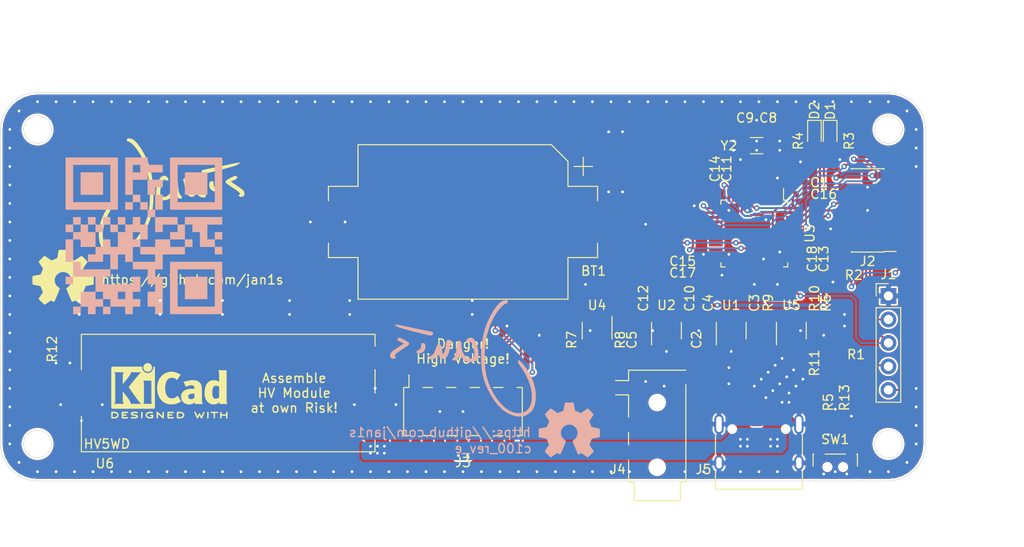
<source format=kicad_pcb>
(kicad_pcb (version 20171130) (host pcbnew "(5.1.5-0-10_14)")
  (layers (0 F.Cu signal) (31 B.Cu signal) (34 B.Paste user) (35 F.Paste user) (36 B.SilkS user) (37 F.SilkS user) (38 B.Mask user) (39 F.Mask user) (44 Edge.Cuts user))
  (net 0 "")
  (net 1 "Net-(C3-Pad1)")
  (net 2 GND)
  (net 3 "Net-(C8-Pad1)")
  (net 4 "Net-(C9-Pad1)")
  (net 5 +3V3)
  (net 6 +BATT)
  (net 7 +5V)
  (net 8 T_NRST)
  (net 9 T_JTDI)
  (net 10 T_SWCLK)
  (net 11 T_SWDIO)
  (net 12 +3.3V_TRS)
  (net 13 NX_RCK)
  (net 14 NX_EN)
  (net 15 SPI1_MOSI)
  (net 16 "Net-(R7-Pad2)")
  (net 17 "Net-(R7-Pad1)")
  (net 18 "Net-(R8-Pad2)")
  (net 19 "Net-(R8-Pad1)")
  (net 20 "Net-(C10-Pad1)")
  (net 21 RST)
  (net 22 "Net-(D1-Pad1)")
  (net 23 "Net-(D2-Pad1)")
  (net 24 "Net-(J1-Pad4)")
  (net 25 T_JTDO)
  (net 26 "Net-(J2-Pad3)")
  (net 27 SPI1_SCK)
  (net 28 "Net-(J4-PadR1)")
  (net 29 "Net-(J4-PadT)")
  (net 30 "Net-(J5-PadA7)")
  (net 31 "Net-(J5-PadA6)")
  (net 32 "Net-(J5-PadB5)")
  (net 33 "Net-(R10-Pad1)")
  (net 34 "Net-(R9-Pad2)")
  (net 35 "Net-(R9-Pad1)")
  (net 36 "Net-(R10-Pad2)")
  (net 37 +170V)
  (net 38 HV_EN)
  (net 39 "Net-(R12-Pad1)")
  (net 40 T_VCP_TX)
  (net 41 T_VCP_RX)
  (net 42 "Net-(D1-Pad2)")
  (net 43 "Net-(D2-Pad2)")
  (net 44 "Net-(R13-Pad2)")
  (net 45 BTN)
  (module Logos_jan1s:jan1s_16mm (layer B.Cu) (at 50 -13.25 180)
    (fp_text reference G*** hide)
    (fp_text value LOGO hide)
  )
  (module Symbol:OSHW-Symbol_6.7x6mm_SilkScreen (layer B.Cu) (at 61.5 -5.5 180)
    (fp_text reference REF** hide)
    (fp_text value OSHW-Symbol_6.7x6mm_SilkScreen hide)
  )
  (module Logos_jan1s:janis.xyz_16mm (layer B.Cu) (at 15.5 -26.5 180)
    (fp_text reference G*** hide)
    (fp_text value LOGO hide)
  )
  (module Logos_jan1s:jan1s_16mm (layer F.Cu) (at 18.5 -30.75)
    (fp_text reference G*** hide)
    (fp_text value LOGO hide)
  )
  (module Symbol:OSHW-Symbol_6.7x6mm_SilkScreen (layer F.Cu) (at 6.75 -22)
    (fp_text reference REF** hide)
    (fp_text value OSHW-Symbol_6.7x6mm_SilkScreen hide)
  )
  (module Symbol:KiCad-Logo2_5mm_SilkScreen (layer F.Cu) (at 18.25 -9.75)
    (fp_text reference REF** hide)
    (fp_text value KiCad-Logo2_5mm_SilkScreen hide)
  )
  (module Button_Switch_SMD:1TS003B (layer F.Cu) (at 90.25 -1.5 180)
    (fp_text reference SW1 (at 0 3) (layer F.SilkS))
    (fp_text value SW_Push)
    (pad 3 smd roundrect (at 2.3 -0.6 270) (size 1.2 0.6) (layers F.Cu F.Paste F.Mask) (roundrect_rratio 0.1))
    (pad 3 smd roundrect (at -2.3 -0.6 270) (size 1.2 0.6) (layers F.Cu F.Paste F.Mask) (roundrect_rratio 0.1))
    (pad "" np_thru_hole circle (at 0.85 0 270) (size 0.7 0.7) (drill 0.7) (layers *.Cu *.Mask))
    (pad "" np_thru_hole circle (at -0.85 0 270) (size 0.7 0.7) (drill 0.7) (layers *.Cu *.Mask))
    (pad 1 smd roundrect (at -1.7 1.4 270) (size 0.8 0.9) (layers F.Cu F.Paste F.Mask) (roundrect_rratio 0.1) (net 44 "Net-(R13-Pad2)"))
    (pad 2 smd roundrect (at 1.7 1.4 270) (size 0.8 0.9) (layers F.Cu F.Paste F.Mask) (roundrect_rratio 0.1) (net 5 +3V3))
  )
  (module Resistor_SMD:R_0402_1005Metric (layer F.Cu) (at 91 -6.5 270)
    (fp_text reference R13 (at -2.5 -0.25 90) (layer F.SilkS))
    (fp_text value 22R)
    (pad 2 smd roundrect (at 0.485 0 270) (size 0.59 0.64) (layers F.Cu F.Paste F.Mask) (net 44 "Net-(R13-Pad2)"))
    (pad 1 smd roundrect (at -0.485 0 270) (size 0.59 0.64) (layers F.Cu F.Paste F.Mask) (net 45 BTN))
  )
  (module Package_QFP:LQFP-48_7x7mm_P0.5mm (layer F.Cu) (at 81.5 -26.75 270)
    (fp_text reference U3 (at 0 -6 90) (layer F.SilkS))
    (fp_text value STM32F072C8Tx)
    (pad 48 smd roundrect (at -2.75 -4.1625 270) (size 0.3 1.475) (layers F.Cu F.Paste F.Mask) (net 5 +3V3))
    (pad 47 smd roundrect (at -2.25 -4.1625 270) (size 0.3 1.475) (layers F.Cu F.Paste F.Mask) (net 2 GND))
    (pad 46 smd roundrect (at -1.75 -4.1625 270) (size 0.3 1.475) (layers F.Cu F.Paste F.Mask) (net 43 "Net-(D2-Pad2)"))
    (pad 45 smd roundrect (at -1.25 -4.1625 270) (size 0.3 1.475) (layers F.Cu F.Paste F.Mask) (net 42 "Net-(D1-Pad2)"))
    (pad 44 smd roundrect (at -0.75 -4.1625 270) (size 0.3 1.475) (layers F.Cu F.Paste F.Mask) (net 45 BTN))
    (pad 43 smd roundrect (at -0.25 -4.1625 270) (size 0.3 1.475) (layers F.Cu F.Paste F.Mask) (net 45 BTN))
    (pad 42 smd roundrect (at 0.25 -4.1625 270) (size 0.3 1.475) (layers F.Cu F.Paste F.Mask))
    (pad 41 smd roundrect (at 0.75 -4.1625 270) (size 0.3 1.475) (layers F.Cu F.Paste F.Mask))
    (pad 40 smd roundrect (at 1.25 -4.1625 270) (size 0.3 1.475) (layers F.Cu F.Paste F.Mask) (net 8 T_NRST))
    (pad 39 smd roundrect (at 1.75 -4.1625 270) (size 0.3 1.475) (layers F.Cu F.Paste F.Mask) (net 25 T_JTDO))
    (pad 38 smd roundrect (at 2.25 -4.1625 270) (size 0.3 1.475) (layers F.Cu F.Paste F.Mask) (net 9 T_JTDI))
    (pad 37 smd roundrect (at 2.75 -4.1625 270) (size 0.3 1.475) (layers F.Cu F.Paste F.Mask) (net 10 T_SWCLK))
    (pad 36 smd roundrect (at 4.1625 -2.75 270) (size 1.475 0.3) (layers F.Cu F.Paste F.Mask) (net 5 +3V3))
    (pad 35 smd roundrect (at 4.1625 -2.25 270) (size 1.475 0.3) (layers F.Cu F.Paste F.Mask) (net 2 GND))
    (pad 34 smd roundrect (at 4.1625 -1.75 270) (size 1.475 0.3) (layers F.Cu F.Paste F.Mask) (net 11 T_SWDIO))
    (pad 33 smd roundrect (at 4.1625 -1.25 270) (size 1.475 0.3) (layers F.Cu F.Paste F.Mask) (net 33 "Net-(R10-Pad1)"))
    (pad 32 smd roundrect (at 4.1625 -0.75 270) (size 1.475 0.3) (layers F.Cu F.Paste F.Mask) (net 35 "Net-(R9-Pad1)"))
    (pad 31 smd roundrect (at 4.1625 -0.25 270) (size 1.475 0.3) (layers F.Cu F.Paste F.Mask) (net 19 "Net-(R8-Pad1)"))
    (pad 30 smd roundrect (at 4.1625 0.25 270) (size 1.475 0.3) (layers F.Cu F.Paste F.Mask) (net 17 "Net-(R7-Pad1)"))
    (pad 29 smd roundrect (at 4.1625 0.75 270) (size 1.475 0.3) (layers F.Cu F.Paste F.Mask))
    (pad 28 smd roundrect (at 4.1625 1.25 270) (size 1.475 0.3) (layers F.Cu F.Paste F.Mask))
    (pad 27 smd roundrect (at 4.1625 1.75 270) (size 1.475 0.3) (layers F.Cu F.Paste F.Mask))
    (pad 26 smd roundrect (at 4.1625 2.25 270) (size 1.475 0.3) (layers F.Cu F.Paste F.Mask))
    (pad 25 smd roundrect (at 4.1625 2.75 270) (size 1.475 0.3) (layers F.Cu F.Paste F.Mask))
    (pad 24 smd roundrect (at 2.75 4.1625 270) (size 0.3 1.475) (layers F.Cu F.Paste F.Mask) (net 5 +3V3))
    (pad 23 smd roundrect (at 2.25 4.1625 270) (size 0.3 1.475) (layers F.Cu F.Paste F.Mask) (net 2 GND))
    (pad 22 smd roundrect (at 1.75 4.1625 270) (size 0.3 1.475) (layers F.Cu F.Paste F.Mask))
    (pad 21 smd roundrect (at 1.25 4.1625 270) (size 0.3 1.475) (layers F.Cu F.Paste F.Mask))
    (pad 20 smd roundrect (at 0.75 4.1625 270) (size 0.3 1.475) (layers F.Cu F.Paste F.Mask))
    (pad 19 smd roundrect (at 0.25 4.1625 270) (size 0.3 1.475) (layers F.Cu F.Paste F.Mask))
    (pad 18 smd roundrect (at -0.25 4.1625 270) (size 0.3 1.475) (layers F.Cu F.Paste F.Mask) (net 38 HV_EN))
    (pad 17 smd roundrect (at -0.75 4.1625 270) (size 0.3 1.475) (layers F.Cu F.Paste F.Mask) (net 15 SPI1_MOSI))
    (pad 16 smd roundrect (at -1.25 4.1625 270) (size 0.3 1.475) (layers F.Cu F.Paste F.Mask) (net 13 NX_RCK))
    (pad 15 smd roundrect (at -1.75 4.1625 270) (size 0.3 1.475) (layers F.Cu F.Paste F.Mask) (net 27 SPI1_SCK))
    (pad 14 smd roundrect (at -2.25 4.1625 270) (size 0.3 1.475) (layers F.Cu F.Paste F.Mask) (net 14 NX_EN))
    (pad 13 smd roundrect (at -2.75 4.1625 270) (size 0.3 1.475) (layers F.Cu F.Paste F.Mask) (net 41 T_VCP_RX))
    (pad 12 smd roundrect (at -4.1625 2.75 270) (size 1.475 0.3) (layers F.Cu F.Paste F.Mask) (net 40 T_VCP_TX))
    (pad 11 smd roundrect (at -4.1625 2.25 270) (size 1.475 0.3) (layers F.Cu F.Paste F.Mask))
    (pad 10 smd roundrect (at -4.1625 1.75 270) (size 1.475 0.3) (layers F.Cu F.Paste F.Mask))
    (pad 9 smd roundrect (at -4.1625 1.25 270) (size 1.475 0.3) (layers F.Cu F.Paste F.Mask) (net 5 +3V3))
    (pad 8 smd roundrect (at -4.1625 0.75 270) (size 1.475 0.3) (layers F.Cu F.Paste F.Mask) (net 2 GND))
    (pad 7 smd roundrect (at -4.1625 0.25 270) (size 1.475 0.3) (layers F.Cu F.Paste F.Mask) (net 21 RST))
    (pad 6 smd roundrect (at -4.1625 -0.25 270) (size 1.475 0.3) (layers F.Cu F.Paste F.Mask))
    (pad 5 smd roundrect (at -4.1625 -0.75 270) (size 1.475 0.3) (layers F.Cu F.Paste F.Mask))
    (pad 4 smd roundrect (at -4.1625 -1.25 270) (size 1.475 0.3) (layers F.Cu F.Paste F.Mask) (net 4 "Net-(C9-Pad1)"))
    (pad 3 smd roundrect (at -4.1625 -1.75 270) (size 1.475 0.3) (layers F.Cu F.Paste F.Mask) (net 3 "Net-(C8-Pad1)"))
    (pad 2 smd roundrect (at -4.1625 -2.25 270) (size 1.475 0.3) (layers F.Cu F.Paste F.Mask))
    (pad 1 smd roundrect (at -4.1625 -2.75 270) (size 1.475 0.3) (layers F.Cu F.Paste F.Mask) (net 6 +BATT))
  )
  (module Resistor_SMD:R_0402_1005Metric (layer F.Cu) (at 89.75 -34.75 270)
    (fp_text reference R3 (at -2 -2 90) (layer F.SilkS))
    (fp_text value 1k5)
    (pad 2 smd roundrect (at 0.485 0 270) (size 0.59 0.64) (layers F.Cu F.Paste F.Mask) (net 2 GND))
    (pad 1 smd roundrect (at -0.485 0 270) (size 0.59 0.64) (layers F.Cu F.Paste F.Mask) (net 22 "Net-(D1-Pad1)"))
  )
  (module LED_SMD:LED_0603_1608Metric (layer F.Cu) (at 89.7 -37.5 270)
    (fp_text reference D1 (at -2.5 0 90) (layer F.SilkS))
    (fp_text value "LED White")
    (pad 2 smd roundrect (at 0.7875 0 270) (size 0.875 0.95) (layers F.Cu F.Paste F.Mask) (net 42 "Net-(D1-Pad2)"))
    (pad 1 smd roundrect (at -0.7875 0 270) (size 0.875 0.95) (layers F.Cu F.Paste F.Mask) (net 22 "Net-(D1-Pad1)"))
  )
  (module Power_Modules:HV5W_SMD (layer F.Cu) (at 25.25 -9.5)
    (fp_text reference U6 (at -13.97 7.62) (layer F.SilkS))
    (fp_text value HV5W)
    (pad 5 smd rect (at 15.24 -3.81 90) (size 2 3) (layers F.Cu F.Mask) (net 37 +170V))
    (pad 4 smd rect (at 15.24 1.27 90) (size 2 3) (layers F.Cu F.Mask) (net 2 GND))
    (pad 3 smd rect (at -16.51 1.27 90) (size 2 3) (layers F.Cu F.Mask) (net 2 GND))
    (pad 2 smd rect (at -16.51 -1.27 90) (size 2 3) (layers F.Cu F.Mask) (net 39 "Net-(R12-Pad1)"))
    (pad 1 smd rect (at 15.24 3.81 90) (size 2 3) (layers F.Cu F.Mask) (net 7 +5V))
  )
  (module Resistor_SMD:R_0402_1005Metric (layer F.Cu) (at 6.75 -14.25 90)
    (fp_text reference R12 (at 0 -1.17 90) (layer F.SilkS))
    (fp_text value 10k)
    (pad 2 smd roundrect (at 0.485 0 90) (size 0.59 0.64) (layers F.Cu F.Paste F.Mask) (net 38 HV_EN))
    (pad 1 smd roundrect (at -0.485 0 90) (size 0.59 0.64) (layers F.Cu F.Paste F.Mask) (net 39 "Net-(R12-Pad1)"))
  )
  (module Resistor_SMD:R_0402_1005Metric (layer F.Cu) (at 87.75 -34.75 270)
    (fp_text reference R4 (at -2 1.5 90) (layer F.SilkS))
    (fp_text value 1k5)
    (pad 2 smd roundrect (at 0.485 0 270) (size 0.59 0.64) (layers F.Cu F.Paste F.Mask) (net 2 GND))
    (pad 1 smd roundrect (at -0.485 0 270) (size 0.59 0.64) (layers F.Cu F.Paste F.Mask) (net 23 "Net-(D2-Pad1)"))
  )
  (module Resistor_SMD:R_0402_1005Metric (layer F.Cu) (at 90.25 -22.25)
    (fp_text reference R2 (at 2 0) (layer F.SilkS))
    (fp_text value 10k)
    (pad 2 smd roundrect (at 0.485 0) (size 0.59 0.64) (layers F.Cu F.Paste F.Mask) (net 26 "Net-(J2-Pad3)"))
    (pad 1 smd roundrect (at -0.485 0) (size 0.59 0.64) (layers F.Cu F.Paste F.Mask) (net 5 +3V3))
  )
  (module LED_SMD:LED_0603_1608Metric (layer F.Cu) (at 88 -37.5 270)
    (fp_text reference D2 (at -2.5375 0 90) (layer F.SilkS))
    (fp_text value "LED White")
    (pad 2 smd roundrect (at 0.7875 0 270) (size 0.875 0.95) (layers F.Cu F.Paste F.Mask) (net 43 "Net-(D2-Pad2)"))
    (pad 1 smd roundrect (at -0.7875 0 270) (size 0.875 0.95) (layers F.Cu F.Paste F.Mask) (net 23 "Net-(D2-Pad1)"))
  )
  (module Package_TO_SOT_SMD:SOT-23-6 (layer F.Cu) (at 64.5 -16.25 270)
    (fp_text reference U4 (at -2.75 0) (layer F.SilkS))
    (fp_text value USBLC6-2SC6)
    (pad 5 smd rect (at 1.1 0 270) (size 1.06 0.65) (layers F.Cu F.Paste F.Mask) (net 12 +3.3V_TRS))
    (pad 6 smd rect (at 1.1 -0.95 270) (size 1.06 0.65) (layers F.Cu F.Paste F.Mask) (net 29 "Net-(J4-PadT)"))
    (pad 4 smd rect (at 1.1 0.95 270) (size 1.06 0.65) (layers F.Cu F.Paste F.Mask) (net 28 "Net-(J4-PadR1)"))
    (pad 3 smd rect (at -1.1 0.95 270) (size 1.06 0.65) (layers F.Cu F.Paste F.Mask) (net 16 "Net-(R7-Pad2)"))
    (pad 2 smd rect (at -1.1 0 270) (size 1.06 0.65) (layers F.Cu F.Paste F.Mask) (net 2 GND))
    (pad 1 smd rect (at -1.1 -0.95 270) (size 1.06 0.65) (layers F.Cu F.Paste F.Mask) (net 18 "Net-(R8-Pad2)"))
  )
  (module Resistor_SMD:R_0402_1005Metric (layer F.Cu) (at 67 -17.25 270)
    (fp_text reference R8 (at 2 0 90) (layer F.SilkS))
    (fp_text value 22R)
    (pad 2 smd roundrect (at 0.485 0 270) (size 0.59 0.64) (layers F.Cu F.Paste F.Mask) (net 18 "Net-(R8-Pad2)"))
    (pad 1 smd roundrect (at -0.485 0 270) (size 0.59 0.64) (layers F.Cu F.Paste F.Mask) (net 19 "Net-(R8-Pad1)"))
  )
  (module Resistor_SMD:R_0402_1005Metric (layer F.Cu) (at 62 -17.25 270)
    (fp_text reference R7 (at 2 0.25 90) (layer F.SilkS))
    (fp_text value 22R)
    (pad 2 smd roundrect (at 0.485 0 270) (size 0.59 0.64) (layers F.Cu F.Paste F.Mask) (net 16 "Net-(R7-Pad2)"))
    (pad 1 smd roundrect (at -0.485 0 270) (size 0.59 0.64) (layers F.Cu F.Paste F.Mask) (net 17 "Net-(R7-Pad1)"))
  )
  (module Connector_PinSocket_2.54mm:PinSocket_2x05_P2.54mm_Vertical_SMD (layer F.Cu) (at 50 -7.5 90)
    (fp_text reference J3 (at -5.5 0 180) (layer F.SilkS))
    (fp_text value Conn_02x05_Odd_Even)
    (pad 10 smd rect (at -2.52 5.08 90) (size 3 1) (layers F.Cu F.Paste F.Mask) (net 27 SPI1_SCK))
    (pad 9 smd rect (at 2.52 5.08 90) (size 3 1) (layers F.Cu F.Paste F.Mask) (net 13 NX_RCK))
    (pad 8 smd rect (at -2.52 2.54 90) (size 3 1) (layers F.Cu F.Paste F.Mask) (net 15 SPI1_MOSI))
    (pad 7 smd rect (at 2.52 2.54 90) (size 3 1) (layers F.Cu F.Paste F.Mask) (net 14 NX_EN))
    (pad 6 smd rect (at -2.52 0 90) (size 3 1) (layers F.Cu F.Paste F.Mask) (net 7 +5V))
    (pad 5 smd rect (at 2.52 0 90) (size 3 1) (layers F.Cu F.Paste F.Mask) (net 2 GND))
    (pad 4 smd rect (at -2.52 -2.54 90) (size 3 1) (layers F.Cu F.Paste F.Mask) (net 2 GND))
    (pad 3 smd rect (at 2.52 -2.54 90) (size 3 1) (layers F.Cu F.Paste F.Mask) (net 2 GND))
    (pad 2 smd rect (at -2.52 -5.08 90) (size 3 1) (layers F.Cu F.Paste F.Mask) (net 2 GND))
    (pad 1 smd rect (at 2.52 -5.08 90) (size 3 1) (layers F.Cu F.Paste F.Mask) (net 37 +170V))
  )
  (module Connector_Audio:Jack_3.5mm_PJ320D_Horizontal (layer F.Cu) (at 71 -6.25 90)
    (fp_text reference J4 (at -5 -4.25 180) (layer F.SilkS))
    (fp_text value AudioJack4_SwitchTR1)
    (pad "" np_thru_hole circle (at 2.225 0 90) (size 1.5 1.5) (drill 1.5) (layers *.Cu *.Mask))
    (pad "" np_thru_hole circle (at -4.775 0 90) (size 1.5 1.5) (drill 1.5) (layers *.Cu *.Mask))
    (pad R2 smd rect (at -3.175 -3.25 90) (size 1.2 2.5) (layers F.Cu F.Paste F.Mask) (net 2 GND))
    (pad R1 smd rect (at -0.175 -3.25 90) (size 1.2 2.5) (layers F.Cu F.Paste F.Mask) (net 28 "Net-(J4-PadR1)"))
    (pad T smd rect (at 3.825 -3.25 90) (size 1.2 2.5) (layers F.Cu F.Paste F.Mask) (net 29 "Net-(J4-PadT)"))
    (pad S smd rect (at 4.925 3.25 90) (size 1.2 2.5) (layers F.Cu F.Paste F.Mask) (net 12 +3.3V_TRS))
  )
  (module Resistor_SMD:R_0402_1005Metric (layer F.Cu) (at 92.5 -12.5)
    (fp_text reference R1 (at 0 -1.17) (layer F.SilkS))
    (fp_text value 10k)
    (pad 2 smd roundrect (at 0.485 0) (size 0.59 0.64) (layers F.Cu F.Paste F.Mask) (net 24 "Net-(J1-Pad4)"))
    (pad 1 smd roundrect (at -0.485 0) (size 0.59 0.64) (layers F.Cu F.Paste F.Mask) (net 5 +3V3))
  )
  (module Connector_PinHeader_1.27mm:PinHeader_2x07_P1.27mm_Vertical_SMD (layer F.Cu) (at 93.75 -29.25 180)
    (fp_text reference J2 (at 0 -5.505) (layer F.SilkS))
    (fp_text value STDC14)
    (pad 14 smd rect (at 1.95 3.81 180) (size 2.4 0.74) (layers F.Cu F.Paste F.Mask) (net 40 T_VCP_TX))
    (pad 13 smd rect (at -1.95 3.81 180) (size 2.4 0.74) (layers F.Cu F.Paste F.Mask) (net 41 T_VCP_RX))
    (pad 12 smd rect (at 1.95 2.54 180) (size 2.4 0.74) (layers F.Cu F.Paste F.Mask) (net 8 T_NRST))
    (pad 11 smd rect (at -1.95 2.54 180) (size 2.4 0.74) (layers F.Cu F.Paste F.Mask) (net 2 GND))
    (pad 10 smd rect (at 1.95 1.27 180) (size 2.4 0.74) (layers F.Cu F.Paste F.Mask) (net 9 T_JTDI))
    (pad 9 smd rect (at -1.95 1.27 180) (size 2.4 0.74) (layers F.Cu F.Paste F.Mask))
    (pad 8 smd rect (at 1.95 0 180) (size 2.4 0.74) (layers F.Cu F.Paste F.Mask) (net 25 T_JTDO))
    (pad 7 smd rect (at -1.95 0 180) (size 2.4 0.74) (layers F.Cu F.Paste F.Mask) (net 2 GND))
    (pad 6 smd rect (at 1.95 -1.27 180) (size 2.4 0.74) (layers F.Cu F.Paste F.Mask) (net 10 T_SWCLK))
    (pad 5 smd rect (at -1.95 -1.27 180) (size 2.4 0.74) (layers F.Cu F.Paste F.Mask) (net 2 GND))
    (pad 4 smd rect (at 1.95 -2.54 180) (size 2.4 0.74) (layers F.Cu F.Paste F.Mask) (net 11 T_SWDIO))
    (pad 3 smd rect (at -1.95 -2.54 180) (size 2.4 0.74) (layers F.Cu F.Paste F.Mask) (net 26 "Net-(J2-Pad3)"))
    (pad 2 smd rect (at 1.95 -3.81 180) (size 2.4 0.74) (layers F.Cu F.Paste F.Mask))
    (pad 1 smd rect (at -1.95 -3.81 180) (size 2.4 0.74) (layers F.Cu F.Paste F.Mask))
  )
  (module Connector_PinHeader_2.54mm:PinHeader_1x05_P2.54mm_Vertical (layer F.Cu) (at 96 -20)
    (fp_text reference J1 (at 0 -2.33) (layer F.SilkS))
    (fp_text value Conn_01x05)
    (pad 5 thru_hole oval (at 0 10.16) (size 1.7 1.7) (drill 1) (layers *.Cu *.Mask) (net 21 RST))
    (pad 4 thru_hole oval (at 0 7.62) (size 1.7 1.7) (drill 1) (layers *.Cu *.Mask) (net 24 "Net-(J1-Pad4)"))
    (pad 3 thru_hole oval (at 0 5.08) (size 1.7 1.7) (drill 1) (layers *.Cu *.Mask) (net 11 T_SWDIO))
    (pad 2 thru_hole oval (at 0 2.54) (size 1.7 1.7) (drill 1) (layers *.Cu *.Mask) (net 10 T_SWCLK))
    (pad 1 thru_hole rect (at 0 0) (size 1.7 1.7) (drill 1) (layers *.Cu *.Mask) (net 2 GND))
  )
  (module Package_TO_SOT_SMD:SOT-23-6 (layer F.Cu) (at 85.5 -16.25 90)
    (fp_text reference U5 (at 2.75 0 180) (layer F.SilkS))
    (fp_text value USBLC6-2SC6)
    (pad 5 smd rect (at 1.1 0 90) (size 1.06 0.65) (layers F.Cu F.Paste F.Mask) (net 7 +5V))
    (pad 6 smd rect (at 1.1 -0.95 90) (size 1.06 0.65) (layers F.Cu F.Paste F.Mask) (net 34 "Net-(R9-Pad2)"))
    (pad 4 smd rect (at 1.1 0.95 90) (size 1.06 0.65) (layers F.Cu F.Paste F.Mask) (net 36 "Net-(R10-Pad2)"))
    (pad 3 smd rect (at -1.1 0.95 90) (size 1.06 0.65) (layers F.Cu F.Paste F.Mask) (net 31 "Net-(J5-PadA6)"))
    (pad 2 smd rect (at -1.1 0 90) (size 1.06 0.65) (layers F.Cu F.Paste F.Mask) (net 2 GND))
    (pad 1 smd rect (at -1.1 -0.95 90) (size 1.06 0.65) (layers F.Cu F.Paste F.Mask) (net 30 "Net-(J5-PadA7)"))
  )
  (module Package_TO_SOT_SMD:SOT-23-5 (layer F.Cu) (at 72 -16.25 90)
    (fp_text reference U2 (at 2.75 0 180) (layer F.SilkS))
    (fp_text value MIC5219-3.3YM5)
    (pad 5 smd rect (at 1.1 -0.95 90) (size 1.06 0.65) (layers F.Cu F.Paste F.Mask) (net 12 +3.3V_TRS))
    (pad 4 smd rect (at 1.1 0.95 90) (size 1.06 0.65) (layers F.Cu F.Paste F.Mask) (net 20 "Net-(C10-Pad1)"))
    (pad 3 smd rect (at -1.1 0.95 90) (size 1.06 0.65) (layers F.Cu F.Paste F.Mask) (net 7 +5V))
    (pad 2 smd rect (at -1.1 0 90) (size 1.06 0.65) (layers F.Cu F.Paste F.Mask) (net 2 GND))
    (pad 1 smd rect (at -1.1 -0.95 90) (size 1.06 0.65) (layers F.Cu F.Paste F.Mask) (net 7 +5V))
  )
  (module Package_TO_SOT_SMD:SOT-23-5 (layer F.Cu) (at 79 -16.25 90)
    (fp_text reference U1 (at 2.75 0) (layer F.SilkS))
    (fp_text value MIC5219-3.3YM5)
    (pad 5 smd rect (at 1.1 -0.95 90) (size 1.06 0.65) (layers F.Cu F.Paste F.Mask) (net 5 +3V3))
    (pad 4 smd rect (at 1.1 0.95 90) (size 1.06 0.65) (layers F.Cu F.Paste F.Mask) (net 1 "Net-(C3-Pad1)"))
    (pad 3 smd rect (at -1.1 0.95 90) (size 1.06 0.65) (layers F.Cu F.Paste F.Mask) (net 7 +5V))
    (pad 2 smd rect (at -1.1 0 90) (size 1.06 0.65) (layers F.Cu F.Paste F.Mask) (net 2 GND))
    (pad 1 smd rect (at -1.1 -0.95 90) (size 1.06 0.65) (layers F.Cu F.Paste F.Mask) (net 7 +5V))
  )
  (module Resistor_SMD:R_0402_1005Metric (layer F.Cu) (at 89.5 -6.5 270)
    (fp_text reference R5 (at -2 0 90) (layer F.SilkS))
    (fp_text value 10k)
    (pad 2 smd roundrect (at 0.485 0 270) (size 0.59 0.64) (layers F.Cu F.Paste F.Mask) (net 2 GND))
    (pad 1 smd roundrect (at -0.485 0 270) (size 0.59 0.64) (layers F.Cu F.Paste F.Mask) (net 45 BTN))
  )
  (module Capacitor_SMD:C_0402_1005Metric (layer F.Cu) (at 86.5 -31)
    (fp_text reference C16 (at 2.5 0) (layer F.SilkS))
    (fp_text value 100nF)
    (pad 2 smd roundrect (at 0.485 0) (size 0.59 0.64) (layers F.Cu F.Paste F.Mask) (net 2 GND))
    (pad 1 smd roundrect (at -0.485 0) (size 0.59 0.64) (layers F.Cu F.Paste F.Mask) (net 5 +3V3))
  )
  (module Capacitor_SMD:C_0402_1005Metric (layer F.Cu) (at 76.25 -22.75 180)
    (fp_text reference C15 (at 2.5 1) (layer F.SilkS))
    (fp_text value 100nF)
    (pad 2 smd roundrect (at 0.485 0 180) (size 0.59 0.64) (layers F.Cu F.Paste F.Mask) (net 2 GND))
    (pad 1 smd roundrect (at -0.485 0 180) (size 0.59 0.64) (layers F.Cu F.Paste F.Mask) (net 5 +3V3))
  )
  (module Capacitor_SMD:C_0402_1005Metric (layer F.Cu) (at 85.5 -21.75 270)
    (fp_text reference C18 (at -2.25 -2.25 90) (layer F.SilkS))
    (fp_text value 100nF)
    (pad 2 smd roundrect (at 0.485 0 270) (size 0.59 0.64) (layers F.Cu F.Paste F.Mask) (net 2 GND))
    (pad 1 smd roundrect (at -0.485 0 270) (size 0.59 0.64) (layers F.Cu F.Paste F.Mask) (net 5 +3V3))
  )
  (module Capacitor_SMD:C_0402_1005Metric (layer F.Cu) (at 80 -33.25 90)
    (fp_text reference C14 (at 0.5 -2.75 90) (layer F.SilkS))
    (fp_text value 100nF)
    (pad 2 smd roundrect (at 0.485 0 90) (size 0.59 0.64) (layers F.Cu F.Paste F.Mask) (net 2 GND))
    (pad 1 smd roundrect (at -0.485 0 90) (size 0.59 0.64) (layers F.Cu F.Paste F.Mask) (net 5 +3V3))
  )
  (module Capacitor_SMD:C_0402_1005Metric (layer F.Cu) (at 76.25 -21.5 180)
    (fp_text reference C17 (at 2.5 1) (layer F.SilkS))
    (fp_text value 1uF)
    (pad 2 smd roundrect (at 0.485 0 180) (size 0.59 0.64) (layers F.Cu F.Paste F.Mask) (net 2 GND))
    (pad 1 smd roundrect (at -0.485 0 180) (size 0.59 0.64) (layers F.Cu F.Paste F.Mask) (net 5 +3V3))
  )
  (module Capacitor_SMD:C_0402_1005Metric (layer F.Cu) (at 86.75 -21.75 270)
    (fp_text reference C13 (at -2.25 -2.25 90) (layer F.SilkS))
    (fp_text value 10uF)
    (pad 2 smd roundrect (at 0.485 0 270) (size 0.59 0.64) (layers F.Cu F.Paste F.Mask) (net 2 GND))
    (pad 1 smd roundrect (at -0.485 0 270) (size 0.59 0.64) (layers F.Cu F.Paste F.Mask) (net 5 +3V3))
  )
  (module Capacitor_SMD:C_0402_1005Metric (layer F.Cu) (at 69.5 -17.25 270)
    (fp_text reference C12 (at -2.5 0 270) (layer F.SilkS))
    (fp_text value 10uF)
    (pad 2 smd roundrect (at 0.485 0 270) (size 0.59 0.64) (layers F.Cu F.Paste F.Mask) (net 2 GND))
    (pad 1 smd roundrect (at -0.485 0 270) (size 0.59 0.64) (layers F.Cu F.Paste F.Mask) (net 12 +3.3V_TRS))
  )
  (module Capacitor_SMD:C_0402_1005Metric (layer F.Cu) (at 74.5 -17.25 90)
    (fp_text reference C10 (at 2.5 0 270) (layer F.SilkS))
    (fp_text value 470pF)
    (pad 2 smd roundrect (at 0.485 0 90) (size 0.59 0.64) (layers F.Cu F.Paste F.Mask) (net 2 GND))
    (pad 1 smd roundrect (at -0.485 0 90) (size 0.59 0.64) (layers F.Cu F.Paste F.Mask) (net 20 "Net-(C10-Pad1)"))
  )
  (module Capacitor_SMD:C_0402_1005Metric (layer F.Cu) (at 81.5 -17.25 90)
    (fp_text reference C3 (at 2 0 90) (layer F.SilkS))
    (fp_text value 470pF)
    (pad 2 smd roundrect (at 0.485 0 90) (size 0.59 0.64) (layers F.Cu F.Paste F.Mask) (net 2 GND))
    (pad 1 smd roundrect (at -0.485 0 90) (size 0.59 0.64) (layers F.Cu F.Paste F.Mask) (net 1 "Net-(C3-Pad1)"))
  )
  (module Connector_USB:USB_C_Receptacle_HRO_TYPE-C-31-M-12 (layer F.Cu) (at 82 -3)
    (fp_text reference J5 (at -6 1.75) (layer F.SilkS))
    (fp_text value USB_C_Receptacle_USB2.0)
    (pad B1 smd rect (at 3.25 -4.045) (size 0.6 1.45) (layers F.Cu F.Paste F.Mask) (net 2 GND))
    (pad A9 smd rect (at 2.45 -4.045) (size 0.6 1.45) (layers F.Cu F.Paste F.Mask) (net 7 +5V))
    (pad B9 smd rect (at -2.45 -4.045) (size 0.6 1.45) (layers F.Cu F.Paste F.Mask) (net 7 +5V))
    (pad B12 smd rect (at -3.25 -4.045) (size 0.6 1.45) (layers F.Cu F.Paste F.Mask) (net 2 GND))
    (pad A1 smd rect (at -3.25 -4.045) (size 0.6 1.45) (layers F.Cu F.Paste F.Mask) (net 2 GND))
    (pad A4 smd rect (at -2.45 -4.045) (size 0.6 1.45) (layers F.Cu F.Paste F.Mask) (net 7 +5V))
    (pad B4 smd rect (at 2.45 -4.045) (size 0.6 1.45) (layers F.Cu F.Paste F.Mask) (net 7 +5V))
    (pad A12 smd rect (at 3.25 -4.045) (size 0.6 1.45) (layers F.Cu F.Paste F.Mask) (net 2 GND))
    (pad B8 smd rect (at -1.75 -4.045) (size 0.3 1.45) (layers F.Cu F.Paste F.Mask))
    (pad A5 smd rect (at -1.25 -4.045) (size 0.3 1.45) (layers F.Cu F.Paste F.Mask))
    (pad B7 smd rect (at -0.75 -4.045) (size 0.3 1.45) (layers F.Cu F.Paste F.Mask) (net 30 "Net-(J5-PadA7)"))
    (pad A7 smd rect (at 0.25 -4.045) (size 0.3 1.45) (layers F.Cu F.Paste F.Mask) (net 30 "Net-(J5-PadA7)"))
    (pad B6 smd rect (at 0.75 -4.045) (size 0.3 1.45) (layers F.Cu F.Paste F.Mask) (net 31 "Net-(J5-PadA6)"))
    (pad A8 smd rect (at 1.25 -4.045) (size 0.3 1.45) (layers F.Cu F.Paste F.Mask))
    (pad B5 smd rect (at 1.75 -4.045) (size 0.3 1.45) (layers F.Cu F.Paste F.Mask) (net 32 "Net-(J5-PadB5)"))
    (pad A6 smd rect (at -0.25 -4.045) (size 0.3 1.45) (layers F.Cu F.Paste F.Mask) (net 31 "Net-(J5-PadA6)"))
    (pad S1 thru_hole oval (at 4.32 -3.13) (size 1 2.1) (drill oval 0.6 1.7) (layers *.Cu *.Mask) (net 2 GND))
    (pad S1 thru_hole oval (at -4.32 -3.13) (size 1 2.1) (drill oval 0.6 1.7) (layers *.Cu *.Mask) (net 2 GND))
    (pad "" np_thru_hole circle (at -2.89 -2.6) (size 0.65 0.65) (drill 0.65) (layers *.Cu *.Mask))
    (pad S1 thru_hole oval (at -4.32 1.05) (size 1 1.6) (drill oval 0.6 1.2) (layers *.Cu *.Mask) (net 2 GND))
    (pad "" np_thru_hole circle (at 2.89 -2.6) (size 0.65 0.65) (drill 0.65) (layers *.Cu *.Mask))
    (pad S1 thru_hole oval (at 4.32 1.05) (size 1 1.6) (drill oval 0.6 1.2) (layers *.Cu *.Mask) (net 2 GND))
  )
  (module Crystal:Crystal_SMD_3215-2Pin_3.2x1.5mm (layer F.Cu) (at 81.75 -36.25 180)
    (fp_text reference Y2 (at 3 0) (layer F.SilkS))
    (fp_text value 32.768kHz)
    (pad 2 smd rect (at -1.25 0 180) (size 1 1.8) (layers F.Cu F.Paste F.Mask) (net 3 "Net-(C8-Pad1)"))
    (pad 1 smd rect (at 1.25 0 180) (size 1 1.8) (layers F.Cu F.Paste F.Mask) (net 4 "Net-(C9-Pad1)"))
  )
  (module Resistor_SMD:R_0402_1005Metric (layer F.Cu) (at 88 -15.25 90)
    (fp_text reference R11 (at -2.5 0 90) (layer F.SilkS))
    (fp_text value 5k1)
    (pad 2 smd roundrect (at 0.485 0 90) (size 0.59 0.64) (layers F.Cu F.Paste F.Mask) (net 2 GND))
    (pad 1 smd roundrect (at -0.485 0 90) (size 0.59 0.64) (layers F.Cu F.Paste F.Mask) (net 32 "Net-(J5-PadB5)"))
  )
  (module Resistor_SMD:R_0402_1005Metric (layer F.Cu) (at 88 -17.25 270)
    (fp_text reference R10 (at -2.485 0 90) (layer F.SilkS))
    (fp_text value 22R)
    (pad 2 smd roundrect (at 0.485 0 270) (size 0.59 0.64) (layers F.Cu F.Paste F.Mask) (net 36 "Net-(R10-Pad2)"))
    (pad 1 smd roundrect (at -0.485 0 270) (size 0.59 0.64) (layers F.Cu F.Paste F.Mask) (net 33 "Net-(R10-Pad1)"))
  )
  (module Resistor_SMD:R_0402_1005Metric (layer F.Cu) (at 83 -17.25 270)
    (fp_text reference R9 (at -2.015 0 90) (layer F.SilkS))
    (fp_text value 22R)
    (pad 2 smd roundrect (at 0.485 0 270) (size 0.59 0.64) (layers F.Cu F.Paste F.Mask) (net 34 "Net-(R9-Pad2)"))
    (pad 1 smd roundrect (at -0.485 0 270) (size 0.59 0.64) (layers F.Cu F.Paste F.Mask) (net 35 "Net-(R9-Pad1)"))
  )
  (module Resistor_SMD:R_0402_1005Metric (layer F.Cu) (at 89.25 -17.25 270)
    (fp_text reference R6 (at -1.985 0 90) (layer F.SilkS))
    (fp_text value 1k5)
    (pad 2 smd roundrect (at 0.485 0 270) (size 0.59 0.64) (layers F.Cu F.Paste F.Mask) (net 5 +3V3))
    (pad 1 smd roundrect (at -0.485 0 270) (size 0.59 0.64) (layers F.Cu F.Paste F.Mask) (net 33 "Net-(R10-Pad1)"))
  )
  (module Capacitor_SMD:C_0402_1005Metric (layer F.Cu) (at 81.5 -33.25 270)
    (fp_text reference C11 (at -0.5 3 90) (layer F.SilkS))
    (fp_text value 100nF)
    (pad 2 smd roundrect (at 0.485 0 270) (size 0.59 0.64) (layers F.Cu F.Paste F.Mask) (net 21 RST))
    (pad 1 smd roundrect (at -0.485 0 270) (size 0.59 0.64) (layers F.Cu F.Paste F.Mask) (net 2 GND))
  )
  (module Capacitor_SMD:C_0402_1005Metric (layer F.Cu) (at 80.735 -38)
    (fp_text reference C9 (at -0.235 -1.25) (layer F.SilkS))
    (fp_text value 10p)
    (pad 2 smd roundrect (at 0.485 0) (size 0.59 0.64) (layers F.Cu F.Paste F.Mask) (net 2 GND))
    (pad 1 smd roundrect (at -0.485 0) (size 0.59 0.64) (layers F.Cu F.Paste F.Mask) (net 4 "Net-(C9-Pad1)"))
  )
  (module Capacitor_SMD:C_0402_1005Metric (layer F.Cu) (at 82.75 -38 180)
    (fp_text reference C8 (at -0.25 1.25) (layer F.SilkS))
    (fp_text value 10p)
    (pad 2 smd roundrect (at 0.485 0 180) (size 0.59 0.64) (layers F.Cu F.Paste F.Mask) (net 2 GND))
    (pad 1 smd roundrect (at -0.485 0 180) (size 0.59 0.64) (layers F.Cu F.Paste F.Mask) (net 3 "Net-(C8-Pad1)"))
  )
  (module Capacitor_SMD:C_0402_1005Metric (layer F.Cu) (at 76.5 -17.25 270)
    (fp_text reference C4 (at -2 0 90) (layer F.SilkS))
    (fp_text value 10uF)
    (pad 2 smd roundrect (at 0.485 0 270) (size 0.59 0.64) (layers F.Cu F.Paste F.Mask) (net 2 GND))
    (pad 1 smd roundrect (at -0.485 0 270) (size 0.59 0.64) (layers F.Cu F.Paste F.Mask) (net 5 +3V3))
  )
  (module Capacitor_SMD:C_0402_1005Metric (layer F.Cu) (at 86.5 -32.25)
    (fp_text reference C1 (at 2 0) (layer F.SilkS))
    (fp_text value 1uF)
    (pad 2 smd roundrect (at 0.485 0) (size 0.59 0.64) (layers F.Cu F.Paste F.Mask) (net 2 GND))
    (pad 1 smd roundrect (at -0.485 0) (size 0.59 0.64) (layers F.Cu F.Paste F.Mask) (net 6 +BATT))
  )
  (module Capacitor_SMD:C_0402_1005Metric (layer F.Cu) (at 69.5 -15.25 90)
    (fp_text reference C5 (at 0 -1.25 270) (layer F.SilkS))
    (fp_text value 10uF)
    (pad 2 smd roundrect (at 0.485 0 90) (size 0.59 0.64) (layers F.Cu F.Paste F.Mask) (net 2 GND))
    (pad 1 smd roundrect (at -0.485 0 90) (size 0.59 0.64) (layers F.Cu F.Paste F.Mask) (net 7 +5V))
  )
  (module Capacitor_SMD:C_0402_1005Metric (layer F.Cu) (at 76.5 -15.25 90)
    (fp_text reference C2 (at 0 -1.25 90) (layer F.SilkS))
    (fp_text value 10uF)
    (pad 2 smd roundrect (at 0.485 0 90) (size 0.59 0.64) (layers F.Cu F.Paste F.Mask) (net 2 GND))
    (pad 1 smd roundrect (at -0.485 0 90) (size 0.59 0.64) (layers F.Cu F.Paste F.Mask) (net 7 +5V))
  )
  (module Battery:BatteryHolder_Keystone_1060_1x2032 (layer F.Cu) (at 50 -28 180)
    (fp_text reference BT1 (at -14.125 -5.3) (layer F.SilkS))
    (fp_text value Battery_Cell)
    (pad 1 smd rect (at -14.65 0) (size 2.6 3.6) (layers F.Cu F.Paste F.Mask) (net 6 +BATT))
    (pad 2 smd rect (at 14.65 0) (size 2.6 3.6) (layers F.Cu F.Paste F.Mask) (net 2 GND))
  )
  (gr_text HV5WD (at 11.5 -4) (layer F.SilkS) (effects (font (size 1 1))))
  (gr_text "Assemble\nHV Module\nat own Risk!" (at 31.75 -9.5) (layer F.SilkS) (effects (font (size 1 1))))
  (gr_text "Danger!\nHigh Voltage!" (at 50 -14) (layer F.SilkS) (effects (font (size 1 1))))
  (gr_text c100_rev_e (at 53.25 -3.5) (layer B.SilkS) (effects (font (size 1 1)) (justify mirror)))
  (gr_text https://github.com/jan1s (at 47.5 -5.25) (layer B.SilkS) (effects (font (size 1 1)) (justify mirror)))
  (gr_text https://github.com/jan1s (at 20.75 -21.75) (layer F.SilkS) (effects (font (size 1 1))))
  (gr_circle (center 96 -38) (end 97.5 -38) (layer Edge.Cuts) (width 0.05))
  (gr_circle (center 96 -4) (end 97.5 -4) (layer Edge.Cuts) (width 0.05))
  (gr_circle (center 4 -4) (end 5.5 -4) (layer Edge.Cuts) (width 0.05))
  (gr_circle (center 4 -38) (end 5.5 -38) (layer Edge.Cuts) (width 0.05))
  (gr_arc (start 4 -38) (end 4 -42) (angle -90) (layer Edge.Cuts) (width 0.05))
  (gr_arc (start 96 -4) (end 96 0) (angle -90) (layer Edge.Cuts) (width 0.05))
  (gr_arc (start 96 -38) (end 100 -38) (angle -90) (layer Edge.Cuts) (width 0.05))
  (gr_line (start 100 -4) (end 100 -38) (layer Edge.Cuts) (width 0.05))
  (gr_line (start 4 -42) (end 96 -42) (layer Edge.Cuts) (width 0.05))
  (gr_line (start 0 -4) (end 0 -38) (layer Edge.Cuts) (width 0.05))
  (gr_line (start 4 0) (end 96 0) (layer Edge.Cuts) (width 0.05))
  (gr_arc (start 4 -4) (end 4 0) (angle 90) (layer Edge.Cuts) (width 0.05))
  (segment (start 80.535 -16.765) (end 79.95 -17.35) (width 0.4064) (layer F.Cu) (net 1))
  (segment (start 81.5 -16.765) (end 80.535 -16.765) (width 0.4064) (layer F.Cu) (net 1))
  (segment (start 86.165 -6.13) (end 85.25 -7.045) (width 0.4064) (layer F.Cu) (net 2))
  (segment (start 86.32 -6.13) (end 86.165 -6.13) (width 0.4064) (layer F.Cu) (net 2))
  (via (at 93.75 -31.75) (size 0.6) (drill 0.3) (layers F.Cu B.Cu) (net 2))
  (via (at 81.75 -36.75) (size 0.6) (drill 0.3) (layers F.Cu B.Cu) (net 2))
  (via (at 81.75 -35.75) (size 0.6) (drill 0.3) (layers F.Cu B.Cu) (net 2))
  (via (at 82.75 -28.25) (size 0.6) (drill 0.3) (layers F.Cu B.Cu) (net 2))
  (segment (start 85.6625 -29) (end 86.5 -29) (width 0.2032) (layer F.Cu) (net 2))
  (segment (start 86.5 -29) (end 87.25 -29.75) (width 0.2032) (layer F.Cu) (net 2))
  (via (at 80.75 -29.25) (size 0.6) (drill 0.3) (layers F.Cu B.Cu) (net 2))
  (via (at 72 -14) (size 0.6) (drill 0.3) (layers F.Cu B.Cu) (net 2))
  (via (at 79 -14) (size 0.6) (drill 0.3) (layers F.Cu B.Cu) (net 2))
  (via (at 75.5 -16.25) (size 0.6) (drill 0.3) (layers F.Cu B.Cu) (net 2))
  (via (at 70.5 -16.25) (size 0.6) (drill 0.3) (layers F.Cu B.Cu) (net 2))
  (via (at 86.5 -16.25) (size 0.6) (drill 0.3) (layers F.Cu B.Cu) (net 2))
  (via (at 89 -15.75) (size 0.6) (drill 0.3) (layers F.Cu B.Cu) (net 2))
  (via (at 91.25 -16.75) (size 0.6) (drill 0.3) (layers F.Cu B.Cu) (net 2))
  (via (at 91.25 -18) (size 0.6) (drill 0.3) (layers F.Cu B.Cu) (net 2))
  (via (at 90 -21.5) (size 0.6) (drill 0.3) (layers F.Cu B.Cu) (net 2))
  (via (at 84.5 -8.5) (size 0.6) (drill 0.3) (layers F.Cu B.Cu) (net 2))
  (via (at 85.25 -8.5) (size 0.6) (drill 0.3) (layers F.Cu B.Cu) (net 2))
  (via (at 82.75 -9) (size 0.6) (drill 0.3) (layers F.Cu B.Cu) (net 2))
  (via (at 84.25 -10.5) (size 0.6) (drill 0.3) (layers F.Cu B.Cu) (net 2))
  (via (at 85 -11.25) (size 0.6) (drill 0.3) (layers F.Cu B.Cu) (net 2))
  (via (at 83.5 -9.75) (size 0.6) (drill 0.3) (layers F.Cu B.Cu) (net 2))
  (via (at 85.75 -12) (size 0.6) (drill 0.3) (layers F.Cu B.Cu) (net 2))
  (via (at 84.5 -13.25) (size 0.6) (drill 0.3) (layers F.Cu B.Cu) (net 2))
  (via (at 83.75 -12.5) (size 0.6) (drill 0.3) (layers F.Cu B.Cu) (net 2))
  (via (at 83 -11.75) (size 0.6) (drill 0.3) (layers F.Cu B.Cu) (net 2))
  (via (at 82.25 -11) (size 0.6) (drill 0.3) (layers F.Cu B.Cu) (net 2))
  (via (at 81.5 -10.25) (size 0.6) (drill 0.3) (layers F.Cu B.Cu) (net 2))
  (via (at 81.5 -21.25) (size 0.6) (drill 0.3) (layers F.Cu B.Cu) (net 2))
  (via (at 84 -21.25) (size 0.6) (drill 0.3) (layers F.Cu B.Cu) (net 2))
  (via (at 76 -24.5) (size 0.6) (drill 0.3) (layers F.Cu B.Cu) (net 2))
  (via (at 78.75 -24.5) (size 0.6) (drill 0.3) (layers F.Cu B.Cu) (net 2))
  (via (at 75 -29.75) (size 0.6) (drill 0.3) (layers F.Cu B.Cu) (net 2))
  (via (at 86.5 -34.5) (size 0.6) (drill 0.3) (layers F.Cu B.Cu) (net 2))
  (via (at 93.75 -29.25) (size 0.6) (drill 0.3) (layers F.Cu B.Cu) (net 2))
  (via (at 8.75 -6.5) (size 0.6) (drill 0.3) (layers F.Cu B.Cu) (net 2))
  (via (at 11 -8.25) (size 0.6) (drill 0.3) (layers F.Cu B.Cu) (net 2))
  (via (at 6.5 -8.25) (size 0.6) (drill 0.3) (layers F.Cu B.Cu) (net 2))
  (via (at 38.25 -8.25) (size 0.6) (drill 0.3) (layers F.Cu B.Cu) (net 2))
  (via (at 40.5 -10) (size 0.6) (drill 0.3) (layers F.Cu B.Cu) (net 2))
  (via (at 42.75 -8.25) (size 0.6) (drill 0.3) (layers F.Cu B.Cu) (net 2))
  (via (at 47.5 -7.5) (size 0.6) (drill 0.3) (layers F.Cu B.Cu) (net 2))
  (via (at 50 -7.5) (size 0.6) (drill 0.3) (layers F.Cu B.Cu) (net 2))
  (via (at 4 -1) (size 0.6) (drill 0.3) (layers F.Cu B.Cu) (net 2))
  (via (at 1 -4) (size 0.6) (drill 0.3) (layers F.Cu B.Cu) (net 2))
  (via (at 6 -1) (size 0.6) (drill 0.3) (layers F.Cu B.Cu) (net 2))
  (via (at 8 -1) (size 0.6) (drill 0.3) (layers F.Cu B.Cu) (net 2))
  (via (at 10 -1) (size 0.6) (drill 0.3) (layers F.Cu B.Cu) (net 2))
  (via (at 12 -1) (size 0.6) (drill 0.3) (layers F.Cu B.Cu) (net 2))
  (via (at 14 -1) (size 0.6) (drill 0.3) (layers F.Cu B.Cu) (net 2))
  (via (at 16 -1) (size 0.6) (drill 0.3) (layers F.Cu B.Cu) (net 2))
  (via (at 18 -1) (size 0.6) (drill 0.3) (layers F.Cu B.Cu) (net 2))
  (via (at 20 -1) (size 0.6) (drill 0.3) (layers F.Cu B.Cu) (net 2))
  (via (at 22 -1) (size 0.6) (drill 0.3) (layers F.Cu B.Cu) (net 2))
  (via (at 24 -1) (size 0.6) (drill 0.3) (layers F.Cu B.Cu) (net 2))
  (via (at 26 -1) (size 0.6) (drill 0.3) (layers F.Cu B.Cu) (net 2))
  (via (at 28 -1) (size 0.6) (drill 0.3) (layers F.Cu B.Cu) (net 2))
  (via (at 30 -1) (size 0.6) (drill 0.3) (layers F.Cu B.Cu) (net 2))
  (via (at 32 -1) (size 0.6) (drill 0.3) (layers F.Cu B.Cu) (net 2))
  (via (at 34 -1) (size 0.6) (drill 0.3) (layers F.Cu B.Cu) (net 2))
  (via (at 36 -1) (size 0.6) (drill 0.3) (layers F.Cu B.Cu) (net 2))
  (via (at 1 -6) (size 0.6) (drill 0.3) (layers F.Cu B.Cu) (net 2))
  (via (at 1 -8) (size 0.6) (drill 0.3) (layers F.Cu B.Cu) (net 2))
  (via (at 1 -10) (size 0.6) (drill 0.3) (layers F.Cu B.Cu) (net 2))
  (via (at 1 -12) (size 0.6) (drill 0.3) (layers F.Cu B.Cu) (net 2))
  (via (at 1 -14) (size 0.6) (drill 0.3) (layers F.Cu B.Cu) (net 2))
  (via (at 1 -16) (size 0.6) (drill 0.3) (layers F.Cu B.Cu) (net 2))
  (via (at 1 -18) (size 0.6) (drill 0.3) (layers F.Cu B.Cu) (net 2))
  (via (at 1 -20) (size 0.6) (drill 0.3) (layers F.Cu B.Cu) (net 2))
  (via (at 1 -22) (size 0.6) (drill 0.3) (layers F.Cu B.Cu) (net 2))
  (via (at 1 -24) (size 0.6) (drill 0.3) (layers F.Cu B.Cu) (net 2))
  (via (at 1 -26) (size 0.6) (drill 0.3) (layers F.Cu B.Cu) (net 2))
  (via (at 1 -28) (size 0.6) (drill 0.3) (layers F.Cu B.Cu) (net 2))
  (via (at 1 -38) (size 0.6) (drill 0.3) (layers F.Cu B.Cu) (net 2))
  (via (at 1 -36) (size 0.6) (drill 0.3) (layers F.Cu B.Cu) (net 2))
  (via (at 1 -34) (size 0.6) (drill 0.3) (layers F.Cu B.Cu) (net 2))
  (via (at 1 -32) (size 0.6) (drill 0.3) (layers F.Cu B.Cu) (net 2))
  (via (at 1 -30) (size 0.6) (drill 0.3) (layers F.Cu B.Cu) (net 2))
  (via (at 4 -41) (size 0.6) (drill 0.3) (layers F.Cu B.Cu) (net 2))
  (via (at 6 -41) (size 0.6) (drill 0.3) (layers F.Cu B.Cu) (net 2))
  (via (at 8 -41) (size 0.6) (drill 0.3) (layers F.Cu B.Cu) (net 2))
  (via (at 10 -41) (size 0.6) (drill 0.3) (layers F.Cu B.Cu) (net 2))
  (via (at 12 -41) (size 0.6) (drill 0.3) (layers F.Cu B.Cu) (net 2))
  (via (at 14 -41) (size 0.6) (drill 0.3) (layers F.Cu B.Cu) (net 2))
  (via (at 16 -41) (size 0.6) (drill 0.3) (layers F.Cu B.Cu) (net 2))
  (via (at 18 -41) (size 0.6) (drill 0.3) (layers F.Cu B.Cu) (net 2))
  (via (at 20 -41) (size 0.6) (drill 0.3) (layers F.Cu B.Cu) (net 2))
  (via (at 22 -41) (size 0.6) (drill 0.3) (layers F.Cu B.Cu) (net 2))
  (via (at 24 -41) (size 0.6) (drill 0.3) (layers F.Cu B.Cu) (net 2))
  (via (at 26 -41) (size 0.6) (drill 0.3) (layers F.Cu B.Cu) (net 2))
  (via (at 96 -41) (size 0.6) (drill 0.3) (layers F.Cu B.Cu) (net 2))
  (via (at 99 -38) (size 0.6) (drill 0.3) (layers F.Cu B.Cu) (net 2))
  (via (at 99 -36) (size 0.6) (drill 0.3) (layers F.Cu B.Cu) (net 2))
  (via (at 28 -41) (size 0.6) (drill 0.3) (layers F.Cu B.Cu) (net 2))
  (via (at 30 -41) (size 0.6) (drill 0.3) (layers F.Cu B.Cu) (net 2))
  (via (at 38 -1) (size 0.6) (drill 0.3) (layers F.Cu B.Cu) (net 2))
  (via (at 40 -1) (size 0.6) (drill 0.3) (layers F.Cu B.Cu) (net 2))
  (via (at 42 -1) (size 0.6) (drill 0.3) (layers F.Cu B.Cu) (net 2))
  (via (at 44 -1) (size 0.6) (drill 0.3) (layers F.Cu B.Cu) (net 2))
  (via (at 46 -1) (size 0.6) (drill 0.3) (layers F.Cu B.Cu) (net 2))
  (via (at 48 -1) (size 0.6) (drill 0.3) (layers F.Cu B.Cu) (net 2))
  (via (at 50 -1) (size 0.6) (drill 0.3) (layers F.Cu B.Cu) (net 2))
  (via (at 52 -1) (size 0.6) (drill 0.3) (layers F.Cu B.Cu) (net 2))
  (via (at 54 -1) (size 0.6) (drill 0.3) (layers F.Cu B.Cu) (net 2))
  (via (at 56 -1) (size 0.6) (drill 0.3) (layers F.Cu B.Cu) (net 2))
  (via (at 58 -1) (size 0.6) (drill 0.3) (layers F.Cu B.Cu) (net 2))
  (via (at 66 -1) (size 0.6) (drill 0.3) (layers F.Cu B.Cu) (net 2))
  (via (at 68 -1) (size 0.6) (drill 0.3) (layers F.Cu B.Cu) (net 2))
  (via (at 74 -1) (size 0.6) (drill 0.3) (layers F.Cu B.Cu) (net 2))
  (via (at 76 -1) (size 0.6) (drill 0.3) (layers F.Cu B.Cu) (net 2))
  (via (at 80 -1) (size 0.6) (drill 0.3) (layers F.Cu B.Cu) (net 2))
  (via (at 82 -1) (size 0.6) (drill 0.3) (layers F.Cu B.Cu) (net 2))
  (via (at 84 -1) (size 0.6) (drill 0.3) (layers F.Cu B.Cu) (net 2))
  (via (at 94 -1) (size 0.6) (drill 0.3) (layers F.Cu B.Cu) (net 2))
  (via (at 96 -1) (size 0.6) (drill 0.3) (layers F.Cu B.Cu) (net 2))
  (via (at 99 -4) (size 0.6) (drill 0.3) (layers F.Cu B.Cu) (net 2))
  (via (at 99 -6) (size 0.6) (drill 0.3) (layers F.Cu B.Cu) (net 2))
  (via (at 94 -41) (size 0.6) (drill 0.3) (layers F.Cu B.Cu) (net 2))
  (via (at 92 -41) (size 0.6) (drill 0.3) (layers F.Cu B.Cu) (net 2))
  (via (at 90 -41) (size 0.6) (drill 0.3) (layers F.Cu B.Cu) (net 2))
  (via (at 88 -41) (size 0.6) (drill 0.3) (layers F.Cu B.Cu) (net 2))
  (via (at 86 -41) (size 0.6) (drill 0.3) (layers F.Cu B.Cu) (net 2))
  (via (at 84 -41) (size 0.6) (drill 0.3) (layers F.Cu B.Cu) (net 2))
  (via (at 82 -41) (size 0.6) (drill 0.3) (layers F.Cu B.Cu) (net 2))
  (via (at 80 -41) (size 0.6) (drill 0.3) (layers F.Cu B.Cu) (net 2))
  (via (at 78 -41) (size 0.6) (drill 0.3) (layers F.Cu B.Cu) (net 2))
  (via (at 76 -41) (size 0.6) (drill 0.3) (layers F.Cu B.Cu) (net 2))
  (via (at 74 -41) (size 0.6) (drill 0.3) (layers F.Cu B.Cu) (net 2))
  (via (at 72 -41) (size 0.6) (drill 0.3) (layers F.Cu B.Cu) (net 2))
  (via (at 70 -41) (size 0.6) (drill 0.3) (layers F.Cu B.Cu) (net 2))
  (via (at 68 -41) (size 0.6) (drill 0.3) (layers F.Cu B.Cu) (net 2))
  (via (at 66 -41) (size 0.6) (drill 0.3) (layers F.Cu B.Cu) (net 2))
  (via (at 64 -41) (size 0.6) (drill 0.3) (layers F.Cu B.Cu) (net 2))
  (via (at 32 -41) (size 0.6) (drill 0.3) (layers F.Cu B.Cu) (net 2))
  (via (at 34 -41) (size 0.6) (drill 0.3) (layers F.Cu B.Cu) (net 2))
  (via (at 36 -41) (size 0.6) (drill 0.3) (layers F.Cu B.Cu) (net 2))
  (via (at 38 -41) (size 0.6) (drill 0.3) (layers F.Cu B.Cu) (net 2))
  (via (at 40 -41) (size 0.6) (drill 0.3) (layers F.Cu B.Cu) (net 2))
  (via (at 42 -41) (size 0.6) (drill 0.3) (layers F.Cu B.Cu) (net 2))
  (via (at 44 -41) (size 0.6) (drill 0.3) (layers F.Cu B.Cu) (net 2))
  (via (at 46 -41) (size 0.6) (drill 0.3) (layers F.Cu B.Cu) (net 2))
  (via (at 48 -41) (size 0.6) (drill 0.3) (layers F.Cu B.Cu) (net 2))
  (via (at 50 -41) (size 0.6) (drill 0.3) (layers F.Cu B.Cu) (net 2))
  (via (at 52 -41) (size 0.6) (drill 0.3) (layers F.Cu B.Cu) (net 2))
  (via (at 54 -41) (size 0.6) (drill 0.3) (layers F.Cu B.Cu) (net 2))
  (via (at 56 -41) (size 0.6) (drill 0.3) (layers F.Cu B.Cu) (net 2))
  (via (at 58 -41) (size 0.6) (drill 0.3) (layers F.Cu B.Cu) (net 2))
  (via (at 60 -41) (size 0.6) (drill 0.3) (layers F.Cu B.Cu) (net 2))
  (via (at 62 -41) (size 0.6) (drill 0.3) (layers F.Cu B.Cu) (net 2))
  (via (at 2 -40) (size 0.6) (drill 0.3) (layers F.Cu B.Cu) (net 2))
  (via (at 2 -2) (size 0.6) (drill 0.3) (layers F.Cu B.Cu) (net 2))
  (via (at 98 -40) (size 0.6) (drill 0.3) (layers F.Cu B.Cu) (net 2))
  (via (at 98 -2) (size 0.6) (drill 0.3) (layers F.Cu B.Cu) (net 2))
  (via (at 6 -12.75) (size 0.6) (drill 0.3) (layers F.Cu B.Cu) (net 2))
  (via (at 7.5 -12.75) (size 0.6) (drill 0.3) (layers F.Cu B.Cu) (net 2))
  (via (at 8.5 -18) (size 0.6) (drill 0.3) (layers F.Cu B.Cu) (net 2))
  (via (at 8.5 -19.5) (size 0.6) (drill 0.3) (layers F.Cu B.Cu) (net 2))
  (via (at 17.25 -18) (size 0.6) (drill 0.3) (layers F.Cu B.Cu) (net 2))
  (via (at 17.25 -19.5) (size 0.6) (drill 0.3) (layers F.Cu B.Cu) (net 2))
  (via (at 78 -22.25) (size 0.6) (drill 0.3) (layers F.Cu B.Cu) (net 2))
  (via (at 85.25 -9.5) (size 0.6) (drill 0.3) (layers F.Cu B.Cu) (net 2))
  (via (at 86 -10.25) (size 0.6) (drill 0.3) (layers F.Cu B.Cu) (net 2))
  (via (at 86.75 -11) (size 0.6) (drill 0.3) (layers F.Cu B.Cu) (net 2))
  (via (at 63.75 -16.25) (size 0.6) (drill 0.3) (layers F.Cu B.Cu) (net 2))
  (via (at 90.25 -1) (size 0.6) (drill 0.3) (layers F.Cu B.Cu) (net 2))
  (via (at 89 -0.75) (size 0.6) (drill 0.3) (layers F.Cu B.Cu) (net 2))
  (via (at 91.5 -0.75) (size 0.6) (drill 0.3) (layers F.Cu B.Cu) (net 2))
  (via (at 78.75 -29.25) (size 0.6) (drill 0.3) (layers F.Cu B.Cu) (net 2))
  (via (at 82.5 -24) (size 0.6) (drill 0.3) (layers F.Cu B.Cu) (net 2))
  (via (at 84.25 -24.75) (size 0.6) (drill 0.3) (layers F.Cu B.Cu) (net 2))
  (via (at 89.75 -27.25) (size 0.6) (drill 0.3) (layers F.Cu B.Cu) (net 2))
  (via (at 90.75 -34.75) (size 0.6) (drill 0.3) (layers F.Cu B.Cu) (net 2))
  (via (at 80 -34.75) (size 0.6) (drill 0.3) (layers F.Cu B.Cu) (net 2))
  (via (at 81.75 -39) (size 0.6) (drill 0.3) (layers F.Cu B.Cu) (net 2))
  (via (at 84 -32.75) (size 0.6) (drill 0.3) (layers F.Cu B.Cu) (net 2))
  (via (at 84.25 -35.75) (size 0.6) (drill 0.3) (layers F.Cu B.Cu) (net 2))
  (via (at 84.25 -36.75) (size 0.6) (drill 0.3) (layers F.Cu B.Cu) (net 2))
  (via (at 79.25 -36.75) (size 0.6) (drill 0.3) (layers F.Cu B.Cu) (net 2))
  (via (at 79.25 -35.75) (size 0.6) (drill 0.3) (layers F.Cu B.Cu) (net 2))
  (via (at 69.75 -10.75) (size 0.6) (drill 0.3) (layers F.Cu B.Cu) (net 2))
  (via (at 24 -18) (size 0.6) (drill 0.3) (layers F.Cu B.Cu) (net 2))
  (via (at 24 -19.5) (size 0.6) (drill 0.3) (layers F.Cu B.Cu) (net 2))
  (via (at 37.75 -19.5) (size 0.6) (drill 0.3) (layers F.Cu B.Cu) (net 2))
  (via (at 37.75 -18) (size 0.6) (drill 0.3) (layers F.Cu B.Cu) (net 2))
  (via (at 31.25 -19.5) (size 0.6) (drill 0.3) (layers F.Cu B.Cu) (net 2))
  (via (at 31.25 -18) (size 0.6) (drill 0.3) (layers F.Cu B.Cu) (net 2))
  (via (at 51 -18) (size 0.6) (drill 0.3) (layers F.Cu B.Cu) (net 2))
  (via (at 51 -19.5) (size 0.6) (drill 0.3) (layers F.Cu B.Cu) (net 2))
  (via (at 33.5 -28) (size 0.6) (drill 0.3) (layers F.Cu B.Cu) (net 2))
  (via (at 37.25 -28) (size 0.6) (drill 0.3) (layers F.Cu B.Cu) (net 2))
  (via (at 60 -1) (size 0.6) (drill 0.3) (layers F.Cu B.Cu) (net 2))
  (via (at 62 -1) (size 0.6) (drill 0.3) (layers F.Cu B.Cu) (net 2))
  (via (at 64 -1) (size 0.6) (drill 0.3) (layers F.Cu B.Cu) (net 2))
  (via (at 99 -8) (size 0.6) (drill 0.3) (layers F.Cu B.Cu) (net 2))
  (via (at 99 -10) (size 0.6) (drill 0.3) (layers F.Cu B.Cu) (net 2))
  (via (at 99 -34) (size 0.6) (drill 0.3) (layers F.Cu B.Cu) (net 2))
  (via (at 65.75 -37.75) (size 0.6) (drill 0.3) (layers F.Cu B.Cu) (net 2))
  (via (at 67.25 -37.75) (size 0.6) (drill 0.3) (layers F.Cu B.Cu) (net 2))
  (via (at 65.75 -31.25) (size 0.6) (drill 0.3) (layers F.Cu B.Cu) (net 2))
  (via (at 67.25 -31.25) (size 0.6) (drill 0.3) (layers F.Cu B.Cu) (net 2))
  (via (at 63.25 -21.25) (size 0.6) (drill 0.3) (layers F.Cu B.Cu) (net 2))
  (via (at 69.75 -27.75) (size 0.6) (drill 0.3) (layers F.Cu B.Cu) (net 2))
  (via (at 54.75 -16.75) (size 0.6) (drill 0.3) (layers F.Cu B.Cu) (net 2))
  (via (at 58.25 -15.75) (size 0.6) (drill 0.3) (layers F.Cu B.Cu) (net 2))
  (via (at 78.75 -12.25) (size 0.6) (drill 0.3) (layers F.Cu B.Cu) (net 2))
  (via (at 78.75 -10.5) (size 0.6) (drill 0.3) (layers F.Cu B.Cu) (net 2))
  (via (at 90.25 -7.75) (size 0.6) (drill 0.3) (layers F.Cu B.Cu) (net 2))
  (via (at 89.5 -5) (size 0.6) (drill 0.3) (layers F.Cu B.Cu) (net 2))
  (via (at 92 -7) (size 0.6) (drill 0.3) (layers F.Cu B.Cu) (net 2))
  (via (at 71.75 -10.25) (size 0.6) (drill 0.3) (layers F.Cu B.Cu) (net 2))
  (segment (start 83.235 -36.485) (end 83 -36.25) (width 0.2032) (layer F.Cu) (net 3))
  (segment (start 83.235 -38) (end 83.235 -36.485) (width 0.2032) (layer F.Cu) (net 3))
  (segment (start 83 -35.1468) (end 83 -36.25) (width 0.2032) (layer F.Cu) (net 3))
  (segment (start 83.29839 -31.04839) (end 83.29839 -34.84841) (width 0.2032) (layer F.Cu) (net 3))
  (segment (start 83.25 -31) (end 83.29839 -31.04839) (width 0.2032) (layer F.Cu) (net 3))
  (segment (start 83.29839 -34.84841) (end 83 -35.1468) (width 0.2032) (layer F.Cu) (net 3))
  (segment (start 83.25 -30.9125) (end 83.25 -31) (width 0.2032) (layer F.Cu) (net 3))
  (segment (start 80.25 -36.5) (end 80.5 -36.25) (width 0.2032) (layer F.Cu) (net 4))
  (segment (start 80.25 -38) (end 80.25 -36.5) (width 0.2032) (layer F.Cu) (net 4))
  (segment (start 80.8968 -34.75) (end 80.5 -35.1468) (width 0.2032) (layer F.Cu) (net 4))
  (segment (start 80.5 -35.1468) (end 80.5 -36.25) (width 0.2032) (layer F.Cu) (net 4))
  (segment (start 82.25 -34.75) (end 80.8968 -34.75) (width 0.2032) (layer F.Cu) (net 4))
  (segment (start 82.75 -34.25) (end 82.25 -34.75) (width 0.2032) (layer F.Cu) (net 4))
  (segment (start 82.75 -30.9125) (end 82.75 -34.25) (width 0.2032) (layer F.Cu) (net 4))
  (segment (start 77.665 -17.735) (end 76.5 -17.735) (width 0.4064) (layer F.Cu) (net 5))
  (segment (start 78.05 -17.35) (end 77.665 -17.735) (width 0.4064) (layer F.Cu) (net 5))
  (segment (start 84.25 -22.5875) (end 84.25 -23.75) (width 0.2032) (layer F.Cu) (net 5))
  (segment (start 84.25 -23.75) (end 83.5 -24.5) (width 0.2032) (layer F.Cu) (net 5))
  (segment (start 83.5 -24.5) (end 83.5 -29) (width 0.2032) (layer F.Cu) (net 5))
  (segment (start 85.6625 -29.5) (end 84 -29.5) (width 0.2032) (layer F.Cu) (net 5))
  (segment (start 84 -29.5) (end 83.5 -29) (width 0.2032) (layer F.Cu) (net 5))
  (segment (start 77.3375 -23.1025) (end 77.3375 -23.99759) (width 0.3048) (layer F.Cu) (net 5))
  (segment (start 76.735 -22.5) (end 77.3375 -23.1025) (width 0.3048) (layer F.Cu) (net 5))
  (segment (start 76.735 -17.97) (end 76.5 -17.735) (width 0.4064) (layer F.Cu) (net 5))
  (via (at 77.5 -19) (size 0.6) (drill 0.3) (layers F.Cu B.Cu) (net 5))
  (segment (start 76.735 -18.985) (end 77.485 -18.985) (width 0.4064) (layer F.Cu) (net 5))
  (segment (start 76.735 -22.5) (end 76.735 -18.985) (width 0.4064) (layer F.Cu) (net 5))
  (segment (start 77.485 -18.985) (end 77.5 -19) (width 0.4064) (layer F.Cu) (net 5))
  (segment (start 76.735 -18.985) (end 76.735 -17.97) (width 0.4064) (layer F.Cu) (net 5))
  (segment (start 77.5 -19) (end 88.25 -19) (width 0.4064) (layer B.Cu) (net 5))
  (via (at 89 -19) (size 0.6) (drill 0.3) (layers F.Cu B.Cu) (net 5))
  (segment (start 88.25 -19) (end 89 -19) (width 0.4064) (layer B.Cu) (net 5))
  (segment (start 80.148399 -28.961231) (end 80.148399 -29.538769) (width 0.2032) (layer F.Cu) (net 5))
  (segment (start 80.461231 -28.648399) (end 80.148399 -28.961231) (width 0.2032) (layer F.Cu) (net 5))
  (segment (start 81.14037 -28.75) (end 81.038769 -28.648399) (width 0.2032) (layer F.Cu) (net 5))
  (segment (start 82.25 -28.75) (end 81.14037 -28.75) (width 0.2032) (layer F.Cu) (net 5))
  (segment (start 80.25 -29.64037) (end 80.25 -30.9125) (width 0.2032) (layer F.Cu) (net 5))
  (segment (start 81.038769 -28.648399) (end 80.461231 -28.648399) (width 0.2032) (layer F.Cu) (net 5))
  (segment (start 82.5 -29) (end 82.25 -28.75) (width 0.2032) (layer F.Cu) (net 5))
  (segment (start 80.148399 -29.538769) (end 80.25 -29.64037) (width 0.2032) (layer F.Cu) (net 5))
  (segment (start 83.5 -29) (end 82.5 -29) (width 0.2032) (layer F.Cu) (net 5))
  (segment (start 90.515 -18.485) (end 90 -19) (width 0.2032) (layer F.Cu) (net 5))
  (segment (start 90 -19) (end 89 -19) (width 0.2032) (layer F.Cu) (net 5))
  (segment (start 88.55 -9.3) (end 90.515 -11.265) (width 0.2032) (layer F.Cu) (net 5))
  (segment (start 88.55 -2.9) (end 88.55 -9.3) (width 0.2032) (layer F.Cu) (net 5))
  (segment (start 90.515 -15.735) (end 90.5 -15.75) (width 0.2032) (layer F.Cu) (net 5))
  (segment (start 90.485 -16.765) (end 90.5 -16.75) (width 0.2032) (layer F.Cu) (net 5))
  (segment (start 89.25 -16.765) (end 90.485 -16.765) (width 0.2032) (layer F.Cu) (net 5))
  (segment (start 90.5 -16.75) (end 90.515 -18.485) (width 0.2032) (layer F.Cu) (net 5))
  (segment (start 90.5 -15.75) (end 90.5 -16.75) (width 0.2032) (layer F.Cu) (net 5))
  (segment (start 92.015 -12.5) (end 90.5 -12.5) (width 0.2032) (layer F.Cu) (net 5))
  (segment (start 90.5 -12.5) (end 90.5 -15.75) (width 0.2032) (layer F.Cu) (net 5))
  (segment (start 90.515 -11.265) (end 90.5 -12.5) (width 0.2032) (layer F.Cu) (net 5))
  (segment (start 80.25 -32.515) (end 80 -32.765) (width 0.2032) (layer F.Cu) (net 5))
  (segment (start 80.25 -30.9125) (end 80.25 -32.515) (width 0.2032) (layer F.Cu) (net 5))
  (segment (start 85.6625 -30.6475) (end 86.015 -31) (width 0.25) (layer F.Cu) (net 5))
  (segment (start 85.6625 -29.5) (end 85.6625 -30.6475) (width 0.25) (layer F.Cu) (net 5))
  (segment (start 85.5 -22.235) (end 86.75 -22.235) (width 0.4064) (layer F.Cu) (net 5))
  (segment (start 89.75 -22.235) (end 89.765 -22.25) (width 0.4064) (layer F.Cu) (net 5))
  (segment (start 89 -19) (end 89 -21.75) (width 0.4064) (layer F.Cu) (net 5))
  (segment (start 89 -21.75) (end 89 -22.25) (width 0.4064) (layer F.Cu) (net 5))
  (segment (start 89 -22.25) (end 89.75 -22.235) (width 0.4064) (layer F.Cu) (net 5))
  (segment (start 86.75 -22.235) (end 89 -22.25) (width 0.4064) (layer F.Cu) (net 5))
  (segment (start 84.60491 -22.235) (end 84.25241 -22.5875) (width 0.3048) (layer F.Cu) (net 5))
  (segment (start 85.5 -22.235) (end 84.60491 -22.235) (width 0.3048) (layer F.Cu) (net 5))
  (segment (start 85 -39) (end 85 -33.5) (width 0.2032) (layer F.Cu) (net 6))
  (segment (start 83.75 -40.25) (end 85 -39) (width 0.2032) (layer F.Cu) (net 6))
  (segment (start 66.5 -39.25) (end 67.5 -40.25) (width 0.2032) (layer F.Cu) (net 6))
  (segment (start 66.5 -28.3468) (end 66.5 -39.25) (width 0.2032) (layer F.Cu) (net 6))
  (segment (start 66.1532 -28) (end 66.5 -28.3468) (width 0.2032) (layer F.Cu) (net 6))
  (segment (start 64.65 -28) (end 66.1532 -28) (width 0.2032) (layer F.Cu) (net 6))
  (segment (start 67.5 -40.25) (end 83.75 -40.25) (width 0.2032) (layer F.Cu) (net 6))
  (segment (start 84.25241 -32.00241) (end 84.25241 -30.9125) (width 0.3048) (layer F.Cu) (net 6))
  (segment (start 84.5 -32.25) (end 84.25241 -32.00241) (width 0.3048) (layer F.Cu) (net 6))
  (segment (start 85 -33.5) (end 85 -32.25) (width 0.2032) (layer F.Cu) (net 6))
  (segment (start 85 -32.25) (end 84.5 -32.25) (width 0.3048) (layer F.Cu) (net 6))
  (segment (start 86.015 -32.25) (end 85 -32.25) (width 0.3048) (layer F.Cu) (net 6))
  (segment (start 79.95 -15.8832) (end 79.95 -15.15) (width 0.2032) (layer F.Cu) (net 7))
  (segment (start 79.851599 -15.981601) (end 79.95 -15.8832) (width 0.2032) (layer F.Cu) (net 7))
  (segment (start 78.05 -15.8832) (end 78.148401 -15.981601) (width 0.2032) (layer F.Cu) (net 7))
  (segment (start 78.148401 -15.981601) (end 79.851599 -15.981601) (width 0.2032) (layer F.Cu) (net 7))
  (segment (start 78.05 -15.15) (end 78.05 -15.8832) (width 0.2032) (layer F.Cu) (net 7))
  (segment (start 72.95 -15.8832) (end 72.95 -15.15) (width 0.2032) (layer F.Cu) (net 7))
  (segment (start 71.148401 -15.981601) (end 72.851599 -15.981601) (width 0.2032) (layer F.Cu) (net 7))
  (segment (start 72.851599 -15.981601) (end 72.95 -15.8832) (width 0.2032) (layer F.Cu) (net 7))
  (segment (start 71.05 -15.8832) (end 71.148401 -15.981601) (width 0.2032) (layer F.Cu) (net 7))
  (segment (start 71.05 -15.15) (end 71.05 -15.8832) (width 0.2032) (layer F.Cu) (net 7))
  (segment (start 77.665 -14.765) (end 78.05 -15.15) (width 0.4064) (layer F.Cu) (net 7))
  (segment (start 76.5 -14.765) (end 77.235 -14.765) (width 0.4064) (layer F.Cu) (net 7))
  (segment (start 77.235 -14.765) (end 77.665 -14.765) (width 0.4064) (layer F.Cu) (net 7))
  (segment (start 79.55 -6.237738) (end 79.55 -7.045) (width 0.4064) (layer F.Cu) (net 7))
  (segment (start 69.5 -14.765) (end 70.235 -14.765) (width 0.4064) (layer F.Cu) (net 7))
  (segment (start 70.665 -14.765) (end 71.05 -15.15) (width 0.4064) (layer F.Cu) (net 7))
  (segment (start 70.235 -14.765) (end 70.665 -14.765) (width 0.4064) (layer F.Cu) (net 7))
  (segment (start 70.235 -13.765) (end 70.235 -14.765) (width 0.4064) (layer F.Cu) (net 7))
  (segment (start 70.745001 -13.254999) (end 70.235 -13.765) (width 0.4064) (layer F.Cu) (net 7))
  (segment (start 79.55 -7.045) (end 79.55 -13.2) (width 0.4064) (layer F.Cu) (net 7))
  (segment (start 77.245001 -14.754999) (end 77.235 -14.765) (width 0.4064) (layer F.Cu) (net 7))
  (segment (start 77.245001 -13.254999) (end 77.245001 -14.754999) (width 0.4064) (layer F.Cu) (net 7))
  (segment (start 70.745001 -13.254999) (end 77.245001 -13.254999) (width 0.4064) (layer F.Cu) (net 7))
  (via (at 40 -3.75) (size 0.6) (drill 0.3) (layers F.Cu B.Cu) (net 7))
  (via (at 40.75 -3.75) (size 0.6) (drill 0.3) (layers F.Cu B.Cu) (net 7))
  (via (at 41.5 -3.75) (size 0.6) (drill 0.3) (layers F.Cu B.Cu) (net 7))
  (via (at 40 -3) (size 0.6) (drill 0.3) (layers F.Cu B.Cu) (net 7))
  (via (at 40.75 -3) (size 0.6) (drill 0.3) (layers F.Cu B.Cu) (net 7))
  (via (at 41.5 -3) (size 0.6) (drill 0.3) (layers F.Cu B.Cu) (net 7))
  (via (at 80 -3.75) (size 0.6) (drill 0.3) (layers F.Cu B.Cu) (net 7))
  (via (at 80 -4.5) (size 0.6) (drill 0.3) (layers F.Cu B.Cu) (net 7))
  (via (at 80.75 -3.75) (size 0.6) (drill 0.3) (layers F.Cu B.Cu) (net 7))
  (via (at 80.75 -4.5) (size 0.6) (drill 0.3) (layers F.Cu B.Cu) (net 7))
  (via (at 84 -3.75) (size 0.6) (drill 0.3) (layers F.Cu B.Cu) (net 7))
  (via (at 83.25 -3.75) (size 0.6) (drill 0.3) (layers F.Cu B.Cu) (net 7))
  (via (at 83.25 -4.5) (size 0.6) (drill 0.3) (layers F.Cu B.Cu) (net 7))
  (via (at 84 -4.5) (size 0.6) (drill 0.3) (layers F.Cu B.Cu) (net 7))
  (via (at 49.5 -2.75) (size 0.6) (drill 0.3) (layers F.Cu B.Cu) (net 7))
  (via (at 50.5 -2.75) (size 0.6) (drill 0.3) (layers F.Cu B.Cu) (net 7))
  (segment (start 79.995001 -13.254999) (end 80 -13.25) (width 0.4064) (layer F.Cu) (net 7))
  (segment (start 77.245001 -13.254999) (end 79.995001 -13.254999) (width 0.4064) (layer F.Cu) (net 7))
  (segment (start 85.5 -16.719238) (end 85.5 -17.35) (width 0.4064) (layer F.Cu) (net 7))
  (segment (start 85.197561 -16.416799) (end 85.5 -16.719238) (width 0.4064) (layer F.Cu) (net 7))
  (segment (start 84 -16.416799) (end 85.197561 -16.416799) (width 0.4064) (layer F.Cu) (net 7))
  (segment (start 80.8382 -13.254999) (end 84 -16.416799) (width 0.4064) (layer F.Cu) (net 7))
  (segment (start 79.995001 -13.254999) (end 80.8382 -13.254999) (width 0.4064) (layer F.Cu) (net 7))
  (segment (start 87.693578 -28.373352) (end 90.153211 -30.832985) (width 0.2032) (layer F.Cu) (net 8))
  (segment (start 90.153211 -30.832985) (end 90.153211 -31.546411) (width 0.2032) (layer F.Cu) (net 8))
  (segment (start 90.153211 -31.546411) (end 90.3968 -31.79) (width 0.2032) (layer F.Cu) (net 8))
  (segment (start 87.693578 -26.760971) (end 87.693578 -28.373352) (width 0.2032) (layer F.Cu) (net 8))
  (segment (start 86.432607 -25.5) (end 87.693578 -26.760971) (width 0.2032) (layer F.Cu) (net 8))
  (segment (start 85.6625 -25.5) (end 86.432607 -25.5) (width 0.2032) (layer F.Cu) (net 8))
  (segment (start 90.3968 -31.79) (end 91.8 -31.79) (width 0.2032) (layer F.Cu) (net 8))
  (segment (start 90.97 -30.52) (end 90.45 -30) (width 0.2032) (layer F.Cu) (net 9))
  (segment (start 91.8 -30.52) (end 90.97 -30.52) (width 0.2032) (layer F.Cu) (net 9))
  (via (at 90.085509 -29.914491) (size 0.6) (drill 0.3) (layers F.Cu B.Cu) (net 9))
  (segment (start 90.171018 -30) (end 90.085509 -29.914491) (width 0.2032) (layer F.Cu) (net 9))
  (segment (start 90.45 -30) (end 90.171018 -30) (width 0.2032) (layer F.Cu) (net 9))
  (segment (start 90.085509 -29.914491) (end 89.5 -29.328982) (width 0.2032) (layer B.Cu) (net 9))
  (via (at 89.5 -28.6484) (size 0.6) (drill 0.3) (layers F.Cu B.Cu) (net 9))
  (segment (start 89.5 -29.328982) (end 89.5 -28.6484) (width 0.2032) (layer B.Cu) (net 9))
  (segment (start 89.1484 -28.6484) (end 89.5 -28.6484) (width 0.2032) (layer F.Cu) (net 9))
  (segment (start 88.5 -26.426942) (end 88.5 -28) (width 0.2032) (layer F.Cu) (net 9))
  (segment (start 86.5294 -24.59679) (end 86.669848 -24.59679) (width 0.2032) (layer F.Cu) (net 9))
  (segment (start 88.5 -28) (end 89.1484 -28.6484) (width 0.2032) (layer F.Cu) (net 9))
  (segment (start 86.669848 -24.59679) (end 88.5 -26.426942) (width 0.2032) (layer F.Cu) (net 9))
  (segment (start 86.43261 -24.5) (end 86.5294 -24.59679) (width 0.2032) (layer F.Cu) (net 9))
  (segment (start 85.6625 -24.5) (end 86.43261 -24.5) (width 0.2032) (layer F.Cu) (net 9))
  (segment (start 94.797919 -17.46) (end 94 -18.257919) (width 0.2032) (layer F.Cu) (net 10))
  (segment (start 96 -17.46) (end 94.797919 -17.46) (width 0.2032) (layer F.Cu) (net 10))
  (segment (start 94 -18.257919) (end 94 -27.75) (width 0.2032) (layer F.Cu) (net 10))
  (segment (start 93.77 -27.98) (end 91.8 -27.98) (width 0.2032) (layer F.Cu) (net 10))
  (segment (start 94 -27.75) (end 93.77 -27.98) (width 0.2032) (layer F.Cu) (net 10))
  (segment (start 89 -27.75) (end 89.23 -27.98) (width 0.2032) (layer F.Cu) (net 10))
  (segment (start 89 -26.356716) (end 89 -27.75) (width 0.2032) (layer F.Cu) (net 10))
  (segment (start 85.6625 -24) (end 86.5 -24) (width 0.2032) (layer F.Cu) (net 10))
  (segment (start 86.696415 -24.193579) (end 86.836864 -24.19358) (width 0.2032) (layer F.Cu) (net 10))
  (segment (start 86.648016 -24.14518) (end 86.696415 -24.193579) (width 0.2032) (layer F.Cu) (net 10))
  (segment (start 89.23 -27.98) (end 91.8 -27.98) (width 0.2032) (layer F.Cu) (net 10))
  (segment (start 86.836864 -24.19358) (end 89 -26.356716) (width 0.2032) (layer F.Cu) (net 10))
  (segment (start 86.645179 -24.145179) (end 86.648016 -24.14518) (width 0.2032) (layer F.Cu) (net 10))
  (segment (start 86.5 -24) (end 86.645179 -24.145179) (width 0.2032) (layer F.Cu) (net 10))
  (segment (start 93.59679 -26.40321) (end 93.29 -26.71) (width 0.2032) (layer F.Cu) (net 11))
  (segment (start 93.59679 -20.5) (end 93.59679 -26.40321) (width 0.2032) (layer F.Cu) (net 11))
  (segment (start 93.29 -26.71) (end 91.8 -26.71) (width 0.2032) (layer F.Cu) (net 11))
  (segment (start 93.59679 -17.32321) (end 93.59679 -20.5) (width 0.2032) (layer F.Cu) (net 11))
  (segment (start 96 -14.92) (end 93.59679 -17.32321) (width 0.2032) (layer F.Cu) (net 11))
  (segment (start 83.25 -20.75) (end 83.75 -20.25) (width 0.2032) (layer F.Cu) (net 11))
  (segment (start 83.25 -22.5875) (end 83.25 -20.75) (width 0.2032) (layer F.Cu) (net 11))
  (segment (start 83.75 -20.25) (end 86.25 -20.25) (width 0.2032) (layer F.Cu) (net 11))
  (via (at 86.5 -20) (size 0.6) (drill 0.3) (layers F.Cu B.Cu) (net 11))
  (segment (start 86.25 -20.25) (end 86.5 -20) (width 0.2032) (layer F.Cu) (net 11))
  (segment (start 90.75 -20) (end 92 -20) (width 0.2032) (layer B.Cu) (net 11))
  (segment (start 86.5 -20) (end 90.75 -20) (width 0.2032) (layer B.Cu) (net 11))
  (segment (start 90.75 -20) (end 90.92 -20) (width 0.2032) (layer B.Cu) (net 11))
  (segment (start 92 -20) (end 92.5 -19.5) (width 0.2032) (layer B.Cu) (net 11))
  (segment (start 92.5 -19.5) (end 92.5 -15.5) (width 0.2032) (layer B.Cu) (net 11))
  (segment (start 93.08 -14.92) (end 96 -14.92) (width 0.2032) (layer B.Cu) (net 11))
  (segment (start 92.5 -15.5) (end 93.08 -14.92) (width 0.2032) (layer B.Cu) (net 11))
  (segment (start 70.665 -17.735) (end 71.05 -17.35) (width 0.4064) (layer F.Cu) (net 12))
  (segment (start 69.5 -17.735) (end 70.665 -17.735) (width 0.4064) (layer F.Cu) (net 12))
  (segment (start 67.445 -16) (end 69.18 -17.735) (width 0.4064) (layer F.Cu) (net 12))
  (segment (start 69.18 -17.735) (end 69.5 -17.735) (width 0.4064) (layer F.Cu) (net 12))
  (segment (start 66.666176 -16) (end 67.445 -16) (width 0.4064) (layer F.Cu) (net 12))
  (segment (start 66.405986 -16.26019) (end 66.666176 -16) (width 0.4064) (layer F.Cu) (net 12))
  (segment (start 64.979428 -16.26019) (end 66.405986 -16.26019) (width 0.4064) (layer F.Cu) (net 12))
  (segment (start 64.5 -15.780762) (end 64.979428 -16.26019) (width 0.4064) (layer F.Cu) (net 12))
  (segment (start 64.5 -15.15) (end 64.5 -15.780762) (width 0.4064) (layer F.Cu) (net 12))
  (segment (start 64.5 -14.2136) (end 64.5 -15.15) (width 0.4064) (layer F.Cu) (net 12))
  (segment (start 64.5 -10.749238) (end 64.5 -14.2136) (width 0.4064) (layer F.Cu) (net 12))
  (segment (start 66.177439 -9.071799) (end 64.5 -10.749238) (width 0.4064) (layer F.Cu) (net 12))
  (segment (start 69.322561 -9.071799) (end 66.177439 -9.071799) (width 0.4064) (layer F.Cu) (net 12))
  (segment (start 71.425762 -11.175) (end 69.322561 -9.071799) (width 0.4064) (layer F.Cu) (net 12))
  (segment (start 74.25 -11.175) (end 71.425762 -11.175) (width 0.4064) (layer F.Cu) (net 12))
  (segment (start 60.053126 -19.693578) (end 63.873352 -19.693578) (width 0.2032) (layer F.Cu) (net 13))
  (segment (start 55.08 -14.720452) (end 60.053126 -19.693578) (width 0.2032) (layer F.Cu) (net 13))
  (segment (start 63.873352 -19.693578) (end 72.179774 -28) (width 0.2032) (layer F.Cu) (net 13))
  (segment (start 72.179774 -28) (end 76.6 -28) (width 0.2032) (layer F.Cu) (net 13))
  (segment (start 76.6 -28) (end 77.3375 -28) (width 0.2032) (layer F.Cu) (net 13))
  (segment (start 55.08 -10.02) (end 55.08 -14.720452) (width 0.2032) (layer F.Cu) (net 13))
  (segment (start 53.875188 -11.928296) (end 52.745096 -11.928296) (width 0.2032) (layer F.Cu) (net 14))
  (segment (start 54.171703 -14.952607) (end 54.171703 -12.224811) (width 0.2032) (layer F.Cu) (net 14))
  (segment (start 59.719096 -20.5) (end 54.171703 -14.952607) (width 0.2032) (layer F.Cu) (net 14))
  (segment (start 72 -29) (end 63.5 -20.5) (width 0.2032) (layer F.Cu) (net 14))
  (segment (start 63.5 -20.5) (end 59.719096 -20.5) (width 0.2032) (layer F.Cu) (net 14))
  (segment (start 54.171703 -12.224811) (end 53.875188 -11.928296) (width 0.2032) (layer F.Cu) (net 14))
  (segment (start 52.745096 -11.928296) (end 52.54 -11.7232) (width 0.2032) (layer F.Cu) (net 14))
  (segment (start 52.54 -11.7232) (end 52.54 -10.02) (width 0.2032) (layer F.Cu) (net 14))
  (segment (start 77.3375 -29) (end 72 -29) (width 0.2032) (layer F.Cu) (net 14))
  (segment (start 77.3375 -27.5) (end 72.25 -27.5) (width 0.2032) (layer F.Cu) (net 15))
  (segment (start 72.25 -27.5) (end 64.040367 -19.290367) (width 0.2032) (layer F.Cu) (net 15))
  (segment (start 55.75 -3) (end 52.8168 -3) (width 0.2032) (layer F.Cu) (net 15))
  (segment (start 56.25 -15.320226) (end 56.25 -3.5) (width 0.2032) (layer F.Cu) (net 15))
  (segment (start 64.040367 -19.290367) (end 60.220141 -19.290367) (width 0.2032) (layer F.Cu) (net 15))
  (segment (start 56.25 -3.5) (end 55.75 -3) (width 0.2032) (layer F.Cu) (net 15))
  (segment (start 60.220141 -19.290367) (end 56.25 -15.320226) (width 0.2032) (layer F.Cu) (net 15))
  (segment (start 52.8168 -3) (end 52.54 -3.2768) (width 0.2032) (layer F.Cu) (net 15))
  (segment (start 52.54 -3.2768) (end 52.54 -4.98) (width 0.2032) (layer F.Cu) (net 15))
  (segment (start 62.965 -16.765) (end 63.55 -17.35) (width 0.2032) (layer F.Cu) (net 16))
  (segment (start 62 -16.765) (end 62.965 -16.765) (width 0.2032) (layer F.Cu) (net 16))
  (via (at 80.065687 -25.1484) (size 0.6) (drill 0.3) (layers F.Cu B.Cu) (net 17))
  (segment (start 80.065687 -25.1484) (end 74.6484 -25.1484) (width 0.2032) (layer B.Cu) (net 17))
  (segment (start 74.6484 -25.1484) (end 74.502982 -25.002982) (width 0.2032) (layer B.Cu) (net 17))
  (segment (start 74.502982 -25.002982) (end 74.502982 -24.991052) (width 0.2032) (layer B.Cu) (net 17))
  (via (at 74.502982 -24.991052) (size 0.6) (drill 0.3) (layers F.Cu B.Cu) (net 17))
  (segment (start 81.25 -22.5875) (end 81.25 -24.429776) (width 0.2032) (layer F.Cu) (net 17))
  (segment (start 80.531376 -25.1484) (end 80.065687 -25.1484) (width 0.2032) (layer F.Cu) (net 17))
  (segment (start 81.25 -24.429776) (end 80.531376 -25.1484) (width 0.2032) (layer F.Cu) (net 17))
  (segment (start 74.802981 -25.291051) (end 74.502982 -24.991052) (width 0.2032) (layer F.Cu) (net 17))
  (segment (start 62 -18.03) (end 62.453945 -18.483945) (width 0.2032) (layer F.Cu) (net 17))
  (segment (start 64.374397 -18.483945) (end 72.242053 -26.351601) (width 0.2032) (layer F.Cu) (net 17))
  (segment (start 74.851601 -26.038769) (end 74.851601 -25.339671) (width 0.2032) (layer F.Cu) (net 17))
  (segment (start 74.538769 -26.351601) (end 74.851601 -26.038769) (width 0.2032) (layer F.Cu) (net 17))
  (segment (start 72.242053 -26.351601) (end 74.538769 -26.351601) (width 0.2032) (layer F.Cu) (net 17))
  (segment (start 62 -17.735) (end 62 -18.03) (width 0.2032) (layer F.Cu) (net 17))
  (segment (start 62.453945 -18.483945) (end 64.374397 -18.483945) (width 0.2032) (layer F.Cu) (net 17))
  (segment (start 74.851601 -25.339671) (end 74.802981 -25.291051) (width 0.2032) (layer F.Cu) (net 17))
  (segment (start 66.035 -16.765) (end 65.45 -17.35) (width 0.2032) (layer F.Cu) (net 18))
  (segment (start 67 -16.765) (end 66.035 -16.765) (width 0.2032) (layer F.Cu) (net 18))
  (segment (start 81.75 -22.5875) (end 81.75 -24.5) (width 0.2032) (layer F.Cu) (net 19))
  (segment (start 81.75 -24.5) (end 80.5 -25.75) (width 0.2032) (layer F.Cu) (net 19))
  (via (at 79.5 -25.75) (size 0.6) (drill 0.3) (layers F.Cu B.Cu) (net 19))
  (segment (start 80.5 -25.75) (end 79.5 -25.75) (width 0.2032) (layer F.Cu) (net 19))
  (segment (start 79.5 -25.75) (end 74.25 -25.75) (width 0.2032) (layer B.Cu) (net 19))
  (via (at 74.25 -25.75) (size 0.6) (drill 0.3) (layers F.Cu B.Cu) (net 19))
  (segment (start 67 -18.03) (end 67 -17.735) (width 0.2032) (layer F.Cu) (net 19))
  (segment (start 66.5 -18.53) (end 67 -18.03) (width 0.2032) (layer F.Cu) (net 19))
  (segment (start 66.5 -20) (end 66.5 -18.53) (width 0.2032) (layer F.Cu) (net 19))
  (segment (start 72.25 -25.75) (end 66.5 -20) (width 0.2032) (layer F.Cu) (net 19))
  (segment (start 74.25 -25.75) (end 72.25 -25.75) (width 0.2032) (layer F.Cu) (net 19))
  (segment (start 73.535 -16.765) (end 72.95 -17.35) (width 0.4064) (layer F.Cu) (net 20))
  (segment (start 74.5 -16.765) (end 73.535 -16.765) (width 0.4064) (layer F.Cu) (net 20))
  (segment (start 98.096789 -10.846789) (end 98.096789 -33.262761) (width 0.2032) (layer F.Cu) (net 21))
  (segment (start 97.165971 -34.193579) (end 91.25 -34.193579) (width 0.2032) (layer F.Cu) (net 21))
  (segment (start 97.09 -9.84) (end 98.096789 -10.846789) (width 0.2032) (layer F.Cu) (net 21))
  (segment (start 96 -9.84) (end 97.09 -9.84) (width 0.2032) (layer F.Cu) (net 21))
  (segment (start 98.096789 -33.262761) (end 97.165971 -34.193579) (width 0.2032) (layer F.Cu) (net 21))
  (via (at 81.75 -29.5) (size 0.6) (drill 0.3) (layers F.Cu B.Cu) (net 21))
  (via (at 91.210509 -33.995189) (size 0.6) (drill 0.3) (layers F.Cu B.Cu) (net 21))
  (segment (start 91.25 -34.03468) (end 91.210509 -33.995189) (width 0.2032) (layer F.Cu) (net 21))
  (segment (start 91.25 -34.193579) (end 91.25 -34.03468) (width 0.2032) (layer F.Cu) (net 21))
  (segment (start 88.5 -33.5) (end 84.5 -29.5) (width 0.2032) (layer B.Cu) (net 21))
  (segment (start 84.5 -29.5) (end 81.5 -29.5) (width 0.2032) (layer B.Cu) (net 21))
  (segment (start 90.71532 -33.5) (end 88.5 -33.5) (width 0.2032) (layer B.Cu) (net 21))
  (segment (start 91.210509 -33.995189) (end 90.71532 -33.5) (width 0.2032) (layer B.Cu) (net 21))
  (segment (start 81.25 -29.75) (end 81.5 -29.5) (width 0.2032) (layer F.Cu) (net 21))
  (segment (start 81.25 -30.9125) (end 81.25 -29.75) (width 0.2032) (layer F.Cu) (net 21))
  (segment (start 81.25 -32.515) (end 81.5 -32.765) (width 0.2032) (layer F.Cu) (net 21))
  (segment (start 81.25 -30.9125) (end 81.25 -32.515) (width 0.2032) (layer F.Cu) (net 21))
  (segment (start 90.47661 -37.98589) (end 90.175 -38.2875) (width 0.2032) (layer F.Cu) (net 22))
  (segment (start 90.175 -38.2875) (end 89.7 -38.2875) (width 0.2032) (layer F.Cu) (net 22))
  (segment (start 90.47661 -35.64161) (end 90.47661 -37.98589) (width 0.2032) (layer F.Cu) (net 22))
  (segment (start 90.07 -35.235) (end 90.47661 -35.64161) (width 0.2032) (layer F.Cu) (net 22))
  (segment (start 89.75 -35.235) (end 90.07 -35.235) (width 0.2032) (layer F.Cu) (net 22))
  (segment (start 87.525 -38.2875) (end 88 -38.2875) (width 0.2032) (layer F.Cu) (net 23))
  (segment (start 87.22339 -37.98589) (end 87.525 -38.2875) (width 0.2032) (layer F.Cu) (net 23))
  (segment (start 87.22339 -36.05661) (end 87.22339 -37.98589) (width 0.2032) (layer F.Cu) (net 23))
  (segment (start 87.75 -35.53) (end 87.22339 -36.05661) (width 0.2032) (layer F.Cu) (net 23))
  (segment (start 87.75 -35.235) (end 87.75 -35.53) (width 0.2032) (layer F.Cu) (net 23))
  (segment (start 95.88 -12.5) (end 96 -12.38) (width 0.2032) (layer F.Cu) (net 24))
  (segment (start 92.985 -12.5) (end 95.88 -12.5) (width 0.2032) (layer F.Cu) (net 24))
  (segment (start 88.096789 -26.593956) (end 86.502833 -25) (width 0.2032) (layer F.Cu) (net 25))
  (segment (start 86.502833 -25) (end 86.4 -25) (width 0.2032) (layer F.Cu) (net 25))
  (segment (start 88.096789 -28.206337) (end 88.096789 -26.593956) (width 0.2032) (layer F.Cu) (net 25))
  (segment (start 86.4 -25) (end 85.6625 -25) (width 0.2032) (layer F.Cu) (net 25))
  (segment (start 91.8 -29.25) (end 89.140452 -29.25) (width 0.2032) (layer F.Cu) (net 25))
  (segment (start 89.140452 -29.25) (end 88.096789 -28.206337) (width 0.2032) (layer F.Cu) (net 25))
  (segment (start 93.500022 -22.5) (end 92.000022 -21) (width 0.2032) (layer B.Cu) (net 26))
  (segment (start 92.000022 -22.015022) (end 92.000022 -21.424264) (width 0.2032) (layer F.Cu) (net 26))
  (segment (start 92.000022 -21.424264) (end 92.000022 -21) (width 0.2032) (layer F.Cu) (net 26))
  (via (at 92.000022 -21) (size 0.6) (drill 0.3) (layers F.Cu B.Cu) (net 26))
  (segment (start 96.75 -22.5) (end 93.500022 -22.5) (width 0.2032) (layer B.Cu) (net 26))
  (segment (start 96.75 -22.5) (end 97.201601 -22.951601) (width 0.2032) (layer F.Cu) (net 26))
  (segment (start 97.201601 -22.951601) (end 97.201601 -26.611599) (width 0.2032) (layer F.Cu) (net 26))
  (segment (start 97.201601 -26.611599) (end 97.1032 -26.71) (width 0.2032) (layer F.Cu) (net 26))
  (segment (start 97.1032 -26.71) (end 95.7 -26.71) (width 0.2032) (layer F.Cu) (net 26))
  (via (at 96.75 -22.5) (size 0.6) (drill 0.3) (layers F.Cu B.Cu) (net 26))
  (segment (start 91.765044 -22.25) (end 92.000022 -22.015022) (width 0.2032) (layer F.Cu) (net 26))
  (segment (start 90.735 -22.25) (end 91.765044 -22.25) (width 0.2032) (layer F.Cu) (net 26))
  (segment (start 54.278399 -10.708173) (end 54 -10.429774) (width 0.2032) (layer F.Cu) (net 27))
  (segment (start 54 -10.429774) (end 54 -5.3568) (width 0.2032) (layer F.Cu) (net 27))
  (segment (start 77.3375 -28.5) (end 72.070226 -28.5) (width 0.2032) (layer F.Cu) (net 27))
  (segment (start 63.667015 -20.096789) (end 59.886111 -20.096789) (width 0.2032) (layer F.Cu) (net 27))
  (segment (start 59.886111 -20.096789) (end 54.608176 -14.818854) (width 0.2032) (layer F.Cu) (net 27))
  (segment (start 54.608176 -12.091058) (end 54.278399 -11.761281) (width 0.2032) (layer F.Cu) (net 27))
  (segment (start 54.278399 -11.761281) (end 54.278399 -10.708173) (width 0.2032) (layer F.Cu) (net 27))
  (segment (start 54.608176 -14.818854) (end 54.608176 -12.091058) (width 0.2032) (layer F.Cu) (net 27))
  (segment (start 54.3768 -4.98) (end 55.08 -4.98) (width 0.2032) (layer F.Cu) (net 27))
  (segment (start 54 -5.3568) (end 54.3768 -4.98) (width 0.2032) (layer F.Cu) (net 27))
  (segment (start 72.070226 -28.5) (end 63.667015 -20.096789) (width 0.2032) (layer F.Cu) (net 27))
  (segment (start 66.675 -6.075) (end 67.75 -6.075) (width 0.2032) (layer F.Cu) (net 28))
  (segment (start 63.75 -9) (end 66.675 -6.075) (width 0.2032) (layer F.Cu) (net 28))
  (segment (start 63.75 -14.95) (end 63.75 -9) (width 0.2032) (layer F.Cu) (net 28))
  (segment (start 63.55 -15.15) (end 63.75 -14.95) (width 0.2032) (layer F.Cu) (net 28))
  (segment (start 65.45 -14.4168) (end 65.45 -15.15) (width 0.2032) (layer F.Cu) (net 29))
  (segment (start 65.45 -10.9218) (end 65.45 -14.4168) (width 0.2032) (layer F.Cu) (net 29))
  (segment (start 66.2968 -10.075) (end 65.45 -10.9218) (width 0.2032) (layer F.Cu) (net 29))
  (segment (start 67.75 -10.075) (end 66.2968 -10.075) (width 0.2032) (layer F.Cu) (net 29))
  (segment (start 82.151599 -6.018399) (end 82.25 -6.1168) (width 0.2032) (layer F.Cu) (net 30))
  (segment (start 82.25 -6.1168) (end 82.25 -7.045) (width 0.2032) (layer F.Cu) (net 30))
  (segment (start 81.348401 -6.018399) (end 82.151599 -6.018399) (width 0.2032) (layer F.Cu) (net 30))
  (segment (start 81.25 -6.1168) (end 81.348401 -6.018399) (width 0.2032) (layer F.Cu) (net 30))
  (segment (start 81.25 -7.045) (end 81.25 -6.1168) (width 0.2032) (layer F.Cu) (net 30))
  (segment (start 84.55 -15.15) (end 84.55 -14.4168) (width 0.2032) (layer F.Cu) (net 30))
  (segment (start 85.25 -13.75) (end 85.25 -13.7168) (width 0.2032) (layer F.Cu) (net 30))
  (segment (start 84.55 -14.4168) (end 85.25 -13.75) (width 0.2032) (layer F.Cu) (net 30))
  (segment (start 85.25 -13.070225) (end 85.25 -13.75) (width 0.2032) (layer F.Cu) (net 30))
  (segment (start 81.25 -9.070225) (end 85.25 -13.070225) (width 0.2032) (layer F.Cu) (net 30))
  (segment (start 81.25 -7.045) (end 81.25 -9.070225) (width 0.2032) (layer F.Cu) (net 30))
  (segment (start 81.848401 -8.071601) (end 82.651599 -8.071601) (width 0.2032) (layer F.Cu) (net 31))
  (segment (start 82.75 -7.9732) (end 82.75 -7.045) (width 0.2032) (layer F.Cu) (net 31))
  (segment (start 82.651599 -8.071601) (end 82.75 -7.9732) (width 0.2032) (layer F.Cu) (net 31))
  (segment (start 81.75 -7.9732) (end 81.848401 -8.071601) (width 0.2032) (layer F.Cu) (net 31))
  (segment (start 81.75 -7.045) (end 81.75 -7.9732) (width 0.2032) (layer F.Cu) (net 31))
  (segment (start 81.75 -9) (end 81.75 -7.9732) (width 0.2032) (layer F.Cu) (net 31))
  (segment (start 85.75 -13.7168) (end 85.75 -13) (width 0.2032) (layer F.Cu) (net 31))
  (segment (start 85.75 -13) (end 81.75 -9) (width 0.2032) (layer F.Cu) (net 31))
  (segment (start 86.45 -14.4168) (end 85.75 -13.7168) (width 0.2032) (layer F.Cu) (net 31))
  (segment (start 86.45 -15.15) (end 86.45 -14.4168) (width 0.2032) (layer F.Cu) (net 31))
  (segment (start 88 -13.25) (end 88 -14.47) (width 0.2032) (layer F.Cu) (net 32))
  (segment (start 88 -14.47) (end 88 -14.765) (width 0.2032) (layer F.Cu) (net 32))
  (segment (start 83.75 -9) (end 88 -13.25) (width 0.2032) (layer F.Cu) (net 32))
  (segment (start 83.75 -7.045) (end 83.75 -9) (width 0.2032) (layer F.Cu) (net 32))
  (segment (start 88 -17.735) (end 89.25 -17.735) (width 0.2032) (layer F.Cu) (net 33))
  (segment (start 87.600225 -17.735) (end 88 -17.735) (width 0.2032) (layer F.Cu) (net 33))
  (segment (start 87.085225 -18.25) (end 87.600225 -17.735) (width 0.2032) (layer F.Cu) (net 33))
  (segment (start 86.25 -18.25) (end 87.085225 -18.25) (width 0.2032) (layer F.Cu) (net 33))
  (segment (start 85.75 -19.25) (end 85.75 -18.75) (width 0.2032) (layer F.Cu) (net 33))
  (segment (start 82.75 -20.25) (end 83.25 -19.75) (width 0.2032) (layer F.Cu) (net 33))
  (segment (start 85.25 -19.75) (end 85.75 -19.25) (width 0.2032) (layer F.Cu) (net 33))
  (segment (start 85.75 -18.75) (end 86.25 -18.25) (width 0.2032) (layer F.Cu) (net 33))
  (segment (start 83.25 -19.75) (end 85.25 -19.75) (width 0.2032) (layer F.Cu) (net 33))
  (segment (start 82.75 -22.5875) (end 82.75 -20.25) (width 0.2032) (layer F.Cu) (net 33))
  (segment (start 83.585 -17.35) (end 84.55 -17.35) (width 0.2032) (layer F.Cu) (net 34))
  (segment (start 83 -16.765) (end 83.585 -17.35) (width 0.2032) (layer F.Cu) (net 34))
  (segment (start 83.835 -18.25) (end 83.32 -17.735) (width 0.2032) (layer F.Cu) (net 35))
  (segment (start 85.25 -18.75) (end 84.75 -18.25) (width 0.2032) (layer F.Cu) (net 35))
  (segment (start 82.25 -22.5875) (end 82.25 -20) (width 0.2032) (layer F.Cu) (net 35))
  (segment (start 85 -19.25) (end 85.25 -19) (width 0.2032) (layer F.Cu) (net 35))
  (segment (start 83 -19.25) (end 85 -19.25) (width 0.2032) (layer F.Cu) (net 35))
  (segment (start 83.32 -17.735) (end 83 -17.735) (width 0.2032) (layer F.Cu) (net 35))
  (segment (start 84.75 -18.25) (end 83.835 -18.25) (width 0.2032) (layer F.Cu) (net 35))
  (segment (start 82.25 -20) (end 83 -19.25) (width 0.2032) (layer F.Cu) (net 35))
  (segment (start 85.25 -19) (end 85.25 -18.75) (width 0.2032) (layer F.Cu) (net 35))
  (segment (start 87.415 -17.35) (end 88 -16.765) (width 0.2032) (layer F.Cu) (net 36))
  (segment (start 86.45 -17.35) (end 87.415 -17.35) (width 0.2032) (layer F.Cu) (net 36))
  (segment (start 43.5364 -13.31) (end 42.3964 -13.31) (width 0.4064) (layer F.Cu) (net 37))
  (segment (start 44.92 -11.9264) (end 43.5364 -13.31) (width 0.4064) (layer F.Cu) (net 37))
  (segment (start 42.3964 -13.31) (end 40.49 -13.31) (width 0.4064) (layer F.Cu) (net 37))
  (segment (start 44.92 -10.02) (end 44.92 -11.9264) (width 0.4064) (layer F.Cu) (net 37))
  (via (at 57.5 -11.75) (size 0.6) (drill 0.3) (layers F.Cu B.Cu) (net 38))
  (segment (start 6.75 -14.735) (end 6.75 -18) (width 0.2032) (layer F.Cu) (net 38))
  (segment (start 6.75 -18) (end 7.5 -18.75) (width 0.2032) (layer F.Cu) (net 38))
  (segment (start 7.5 -18.75) (end 51.5 -18.75) (width 0.2032) (layer F.Cu) (net 38))
  (via (at 53.5 -16.25) (size 0.6) (drill 0.3) (layers F.Cu B.Cu) (net 38))
  (segment (start 53.5 -16.75) (end 53.5 -16.25) (width 0.2032) (layer F.Cu) (net 38))
  (segment (start 51.5 -18.75) (end 53.5 -16.75) (width 0.2032) (layer F.Cu) (net 38))
  (segment (start 57.5 -12.174264) (end 57.5 -11.75) (width 0.2032) (layer B.Cu) (net 38))
  (segment (start 57.5 -12.674264) (end 57.5 -12.174264) (width 0.2032) (layer B.Cu) (net 38))
  (segment (start 53.924264 -16.25) (end 57.5 -12.674264) (width 0.2032) (layer B.Cu) (net 38))
  (segment (start 53.5 -16.25) (end 53.924264 -16.25) (width 0.2032) (layer B.Cu) (net 38))
  (segment (start 60.387156 -18.887156) (end 57.5 -16) (width 0.2032) (layer F.Cu) (net 38))
  (segment (start 77.3375 -27) (end 72.320226 -27) (width 0.2032) (layer F.Cu) (net 38))
  (segment (start 57.5 -12.174264) (end 57.5 -11.75) (width 0.2032) (layer F.Cu) (net 38))
  (segment (start 64.207382 -18.887156) (end 60.387156 -18.887156) (width 0.2032) (layer F.Cu) (net 38))
  (segment (start 57.5 -16) (end 57.5 -12.174264) (width 0.2032) (layer F.Cu) (net 38))
  (segment (start 72.320226 -27) (end 64.207382 -18.887156) (width 0.2032) (layer F.Cu) (net 38))
  (segment (start 7.0368 -10.77) (end 8.74 -10.77) (width 0.2032) (layer F.Cu) (net 39))
  (segment (start 6.75 -11.0568) (end 7.0368 -10.77) (width 0.2032) (layer F.Cu) (net 39))
  (segment (start 6.75 -13.765) (end 6.75 -11.0568) (width 0.2032) (layer F.Cu) (net 39))
  (segment (start 90.3968 -33.06) (end 90.25 -32.9132) (width 0.2032) (layer F.Cu) (net 40))
  (segment (start 91.8 -33.06) (end 90.3968 -33.06) (width 0.2032) (layer F.Cu) (net 40))
  (via (at 90.3516 -32.75) (size 0.6) (drill 0.3) (layers F.Cu B.Cu) (net 40))
  (segment (start 90.25 -32.8516) (end 90.3516 -32.75) (width 0.2032) (layer F.Cu) (net 40))
  (segment (start 90.25 -32.9132) (end 90.25 -32.8516) (width 0.2032) (layer F.Cu) (net 40))
  (segment (start 78.75 -30.9125) (end 78.75 -31.75) (width 0.2032) (layer F.Cu) (net 40))
  (via (at 78.25 -32) (size 0.6) (drill 0.3) (layers F.Cu B.Cu) (net 40))
  (segment (start 78.5 -32) (end 78.25 -32) (width 0.2032) (layer F.Cu) (net 40))
  (segment (start 78.75 -31.75) (end 78.5 -32) (width 0.2032) (layer F.Cu) (net 40))
  (segment (start 90.1016 -33) (end 90.3516 -32.75) (width 0.2032) (layer B.Cu) (net 40))
  (segment (start 88.570224 -33) (end 90.1016 -33) (width 0.2032) (layer B.Cu) (net 40))
  (segment (start 84.667015 -29.09679) (end 88.570224 -33) (width 0.2032) (layer B.Cu) (net 40))
  (segment (start 82.23716 -29.09679) (end 84.667015 -29.09679) (width 0.2032) (layer B.Cu) (net 40))
  (segment (start 82.038769 -28.898399) (end 82.23716 -29.09679) (width 0.2032) (layer B.Cu) (net 40))
  (segment (start 78.25 -32) (end 78.25 -30.85963) (width 0.2032) (layer B.Cu) (net 40))
  (segment (start 81.461231 -28.898399) (end 82.038769 -28.898399) (width 0.2032) (layer B.Cu) (net 40))
  (segment (start 78.25 -30.85963) (end 80.461231 -28.648399) (width 0.2032) (layer B.Cu) (net 40))
  (segment (start 81.211231 -28.648399) (end 81.461231 -28.898399) (width 0.2032) (layer B.Cu) (net 40))
  (segment (start 80.461231 -28.648399) (end 81.211231 -28.648399) (width 0.2032) (layer B.Cu) (net 40))
  (segment (start 94.2968 -33.06) (end 94.25 -33.0132) (width 0.2032) (layer F.Cu) (net 41))
  (segment (start 95.7 -33.06) (end 94.2968 -33.06) (width 0.2032) (layer F.Cu) (net 41))
  (via (at 94.25 -33) (size 0.6) (drill 0.3) (layers F.Cu B.Cu) (net 41))
  (segment (start 94.25 -33.0132) (end 94.25 -33) (width 0.2032) (layer F.Cu) (net 41))
  (via (at 76 -29.75) (size 0.6) (drill 0.3) (layers F.Cu B.Cu) (net 41))
  (segment (start 76.25 -29.5) (end 76 -29.75) (width 0.2032) (layer F.Cu) (net 41))
  (segment (start 77.3375 -29.5) (end 76.25 -29.5) (width 0.2032) (layer F.Cu) (net 41))
  (segment (start 91.49197 -33) (end 94.25 -33) (width 0.2032) (layer B.Cu) (net 41))
  (segment (start 90.640369 -32.148399) (end 91.49197 -33) (width 0.2032) (layer B.Cu) (net 41))
  (segment (start 88.288847 -32.148399) (end 90.640369 -32.148399) (width 0.2032) (layer B.Cu) (net 41))
  (segment (start 84.635638 -28.495189) (end 88.288847 -32.148399) (width 0.2032) (layer B.Cu) (net 41))
  (segment (start 83.158021 -27.648399) (end 84.004811 -28.495189) (width 0.2032) (layer B.Cu) (net 41))
  (segment (start 78.101601 -27.648399) (end 83.158021 -27.648399) (width 0.2032) (layer B.Cu) (net 41))
  (segment (start 84.004811 -28.495189) (end 84.635638 -28.495189) (width 0.2032) (layer B.Cu) (net 41))
  (segment (start 76 -29.75) (end 78.101601 -27.648399) (width 0.2032) (layer B.Cu) (net 41))
  (segment (start 89.4625 -36.7125) (end 90 -36.7125) (width 0.2032) (layer F.Cu) (net 42))
  (segment (start 85.6625 -28) (end 86.75 -28) (width 0.2032) (layer F.Cu) (net 42))
  (segment (start 89.02482 -30.52482) (end 89.02482 -36.27482) (width 0.2032) (layer F.Cu) (net 42))
  (segment (start 89.02482 -36.27482) (end 89.4625 -36.7125) (width 0.2032) (layer F.Cu) (net 42))
  (segment (start 89 -30.25) (end 89 -30.5) (width 0.2032) (layer F.Cu) (net 42))
  (segment (start 89 -30.5) (end 89.02482 -30.52482) (width 0.2032) (layer F.Cu) (net 42))
  (segment (start 86.75 -28) (end 89 -30.25) (width 0.2032) (layer F.Cu) (net 42))
  (segment (start 88.19661 -36.675) (end 88 -36.675) (width 0.2032) (layer F.Cu) (net 43))
  (segment (start 88.2875 -36.7125) (end 88 -36.7125) (width 0.2032) (layer F.Cu) (net 43))
  (segment (start 88.59679 -36.40321) (end 88.2875 -36.7125) (width 0.2032) (layer F.Cu) (net 43))
  (segment (start 86.616588 -28.5) (end 88.5 -30.383412) (width 0.2032) (layer F.Cu) (net 43))
  (segment (start 88.59679 -30.59679) (end 88.59679 -36.40321) (width 0.2032) (layer F.Cu) (net 43))
  (segment (start 85.6625 -28.5) (end 86.616588 -28.5) (width 0.2032) (layer F.Cu) (net 43))
  (segment (start 88.5 -30.5) (end 88.59679 -30.59679) (width 0.2032) (layer F.Cu) (net 43))
  (segment (start 88.5 -30.383412) (end 88.5 -30.5) (width 0.2032) (layer F.Cu) (net 43))
  (segment (start 91.5 -2.9) (end 91.95 -2.9) (width 0.2032) (layer F.Cu) (net 44))
  (segment (start 91 -3.4) (end 91.5 -2.9) (width 0.2032) (layer F.Cu) (net 44))
  (segment (start 91 -6.015) (end 91 -3.4) (width 0.2032) (layer F.Cu) (net 44))
  (via (at 87.091978 -27.5) (size 0.6) (drill 0.3) (layers F.Cu B.Cu) (net 45))
  (segment (start 84.925 -27.5) (end 87.091978 -27.5) (width 0.2032) (layer F.Cu) (net 45))
  (segment (start 85.6625 -27.5) (end 84.925 -27.5) (width 0.2032) (layer F.Cu) (net 45))
  (segment (start 86.591978 -27) (end 87.091978 -27.5) (width 0.2032) (layer F.Cu) (net 45))
  (segment (start 85.6625 -27) (end 86.591978 -27) (width 0.2032) (layer F.Cu) (net 45))
  (segment (start 89.5 -6.985) (end 91 -6.985) (width 0.2032) (layer F.Cu) (net 45))
  (segment (start 91 -7.28) (end 91.72 -8) (width 0.2032) (layer F.Cu) (net 45))
  (segment (start 91 -6.985) (end 91 -7.28) (width 0.2032) (layer F.Cu) (net 45))
  (segment (start 91.72 -8) (end 96 -8) (width 0.2032) (layer F.Cu) (net 45))
  (segment (start 98.499999 -33.429776) (end 97.332986 -34.596789) (width 0.2032) (layer F.Cu) (net 45))
  (segment (start 98.499999 -10.499999) (end 98.499999 -33.429776) (width 0.2032) (layer F.Cu) (net 45))
  (segment (start 96 -8) (end 98.499999 -10.499999) (width 0.2032) (layer F.Cu) (net 45))
  (segment (start 97.332986 -34.596789) (end 92.403211 -34.596789) (width 0.2032) (layer F.Cu) (net 45))
  (via (at 92.25 -34.795179) (size 0.6) (drill 0.3) (layers F.Cu B.Cu) (net 45))
  (segment (start 92.25 -34.75) (end 92.25 -34.795179) (width 0.2032) (layer F.Cu) (net 45))
  (segment (start 92.403211 -34.596789) (end 92.25 -34.75) (width 0.2032) (layer F.Cu) (net 45))
  (segment (start 94.538769 -32.398399) (end 91.460593 -32.398399) (width 0.2032) (layer B.Cu) (net 45))
  (segment (start 94.851601 -32.711231) (end 94.538769 -32.398399) (width 0.2032) (layer B.Cu) (net 45))
  (segment (start 92.25 -34.795179) (end 93.345191 -34.795179) (width 0.2032) (layer B.Cu) (net 45))
  (segment (start 94.851601 -33.288769) (end 94.851601 -32.711231) (width 0.2032) (layer B.Cu) (net 45))
  (segment (start 91.460593 -32.398399) (end 90.807384 -31.745189) (width 0.2032) (layer B.Cu) (net 45))
  (segment (start 93.345191 -34.795179) (end 94.851601 -33.288769) (width 0.2032) (layer B.Cu) (net 45))
  (segment (start 87.091978 -27.5) (end 87.091978 -30.337167) (width 0.2032) (layer B.Cu) (net 45))
  (segment (start 88.5 -31.745189) (end 90.807384 -31.745189) (width 0.2032) (layer B.Cu) (net 45))
  (segment (start 87.091978 -30.337167) (end 88.5 -31.745189) (width 0.2032) (layer B.Cu) (net 45))
  (zone (net 2) (net_name GND) (layer F.Cu) (connect_pads (clearance 0.2032)) (min_thickness 0.2032) (fill yes (arc_segments 32) (thermal_gap 0.2032) (thermal_bridge_width 0.508))
    (polygon (pts (xy 100 -31) (xy 103 -31) (xy 103 -28) (xy 100 -28) (xy 100 0) (xy 0 0) (xy 0 -42) (xy 100 -42)))
    (polygon (pts (xy 37.75 -12) (xy 38.75 -11) (xy 42.5 -11) (xy 43.25 -10.25) (xy 43.25 -8.25) (xy 44 -7.5) (xy 45.75 -7.5) (xy 46.5 -8.25) (xy 46.5 -13.25) (xy 44 -15.75) (xy 39 -15.75) (xy 37.75 -14.5)))
  )
  (zone (net 7) (net_name +5V) (layer B.Cu) (priority 2) (connect_pads (clearance 0.2032)) (min_thickness 0.254) (fill yes (arc_segments 32) (thermal_gap 0.508) (thermal_bridge_width 0.508))
    (polygon (pts (xy 85 -5.25) (xy 85 -3.5) (xy 84.5 -3) (xy 77 -3) (xy 76.25 -2.25) (xy 39.25 -2.25) (xy 39 -2.5) (xy 39 -4) (xy 39.25 -4.25) (xy 78 -4.25) (xy 79 -5.25) (xy 79.5 -5.75) (xy 84.5 -5.75)))
  )
  (zone (net 7) (net_name +5V) (layer F.Cu) (priority 3) (connect_pads yes (clearance 0.2032)) (min_thickness 0.254) (fill yes (arc_segments 32) (thermal_gap 0.2032) (thermal_bridge_width 0.508))
    (polygon (pts (xy 84.75 -7.375) (xy 84.75 -6) (xy 84.75 -5.25) (xy 84.75 -3.75) (xy 84.25 -3.25) (xy 79.75 -3.25) (xy 79.25 -3.75) (xy 79.25 -4.75) (xy 79.25 -6) (xy 79.25 -7.375) (xy 79.5 -7.625) (xy 84.5 -7.625)))
  )
  (zone (net 7) (net_name +5V) (layer F.Cu) (priority 3) (connect_pads yes (clearance 0.2032)) (min_thickness 0.254) (fill yes (arc_segments 32) (thermal_gap 0.2032) (thermal_bridge_width 0.508))
    (polygon (pts (xy 42 -6) (xy 42 -2.75) (xy 41.75 -2.5) (xy 39.75 -2.5) (xy 39.5 -2.75) (xy 39.5 -4.25) (xy 39 -4.75) (xy 39 -6) (xy 39.25 -6.25) (xy 41.75 -6.25)))
  )
  (zone (net 7) (net_name +5V) (layer F.Cu) (priority 3) (connect_pads yes (clearance 0.2032)) (min_thickness 0.254) (fill yes (arc_segments 32) (thermal_gap 0.2032) (thermal_bridge_width 0.508))
    (polygon (pts (xy 50.5 -3.5) (xy 51 -3) (xy 51 -2.5) (xy 50.75 -2.25) (xy 49.25 -2.25) (xy 49 -2.5) (xy 49 -3) (xy 49.5 -3.5) (xy 49.5 -5.5) (xy 50.5 -5.5)))
  )
  (zone (net 2) (net_name GND) (layer B.Cu) (connect_pads (clearance 0.2032)) (min_thickness 0.2032) (fill yes (arc_segments 32) (thermal_gap 0.2032) (thermal_bridge_width 0.508))
    (polygon (pts (xy 100 -35) (xy 103 -35) (xy 103 -32) (xy 100 -32) (xy 100 0) (xy 0 0) (xy 0 -42) (xy 100 -42)))
  )
)
</source>
